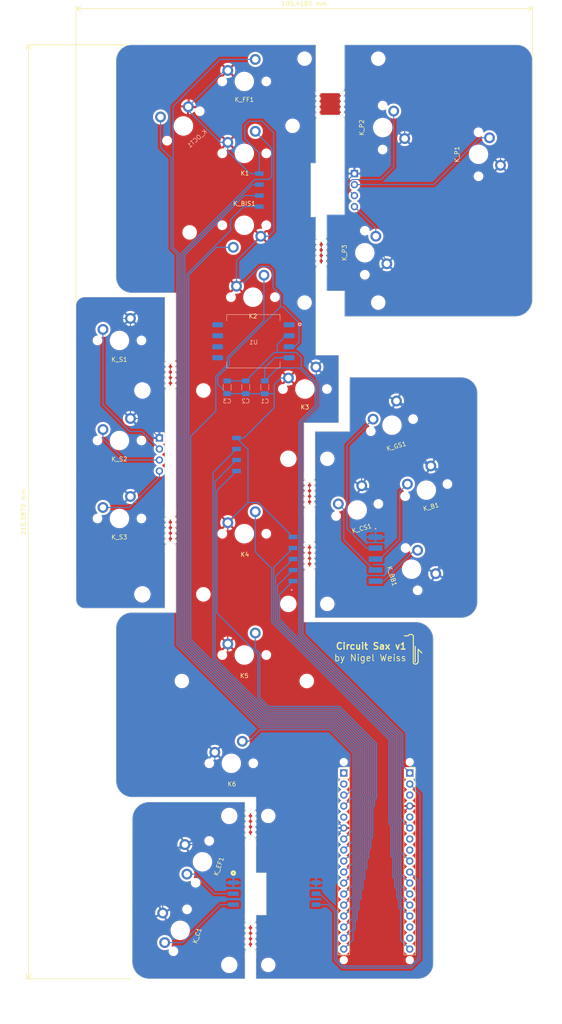
<source format=kicad_pcb>
(kicad_pcb (version 20221018) (generator pcbnew)
  (layers (0 "F.Cu" signal) (31 "B.Cu" signal) (34 "B.Paste" user) (35 "F.Paste" user) (36 "B.SilkS" user "B.Silkscreen") (37 "F.SilkS" user "F.Silkscreen") (38 "B.Mask" user) (39 "F.Mask" user) (44 "Edge.Cuts" user))
  (net 0 "")
  (net 1 "+5V")
  (net 2 "A0")
  (net 3 "Net-(Pin_LP1-Pin_1)")
  (net 4 "Net-(Pin_LP1-Pin_2)")
  (net 5 "Net-(Pin_LP1-Pin_3)")
  (net 6 "Net-(Pin_LP1-Pin_4)")
  (net 7 "Net-(Pin_LP1-Pin_5)")
  (net 8 "Net-(Pin_Palmkeys1-Pin_1)")
  (net 9 "Net-(Pin_Palmkeys1-Pin_2)")
  (net 10 "Net-(Pin_Palmkeys1-Pin_3)")
  (net 11 "Net-(Pin_Palmkeys1-Pin_4)")
  (net 12 "Net-(Pin_RP1-Pin_1)")
  (net 13 "Net-(Pin_RP1-Pin_2)")
  (net 14 "Net-(Pin_RP1-Pin_3)")
  (net 15 "Net-(Pin_Sidekeys1-Pin_1)")
  (net 16 "Net-(Pin_Sidekeys1-Pin_2)")
  (net 17 "Net-(Pin_Sidekeys1-Pin_3)")
  (net 18 "Net-(Pin_Sidekeys1-Pin_4)")
  (net 24 "GND")
  (net 25 "A1")
  (net 26 "A2")
  (net 27 "A3")
  (net 28 "A4")
  (net 29 "A5")
  (net 30 "D0")
  (net 31 "D1")
  (net 32 "D2")
  (net 33 "D3")
  (net 34 "D4")
  (net 35 "D5")
  (net 36 "D6")
  (net 37 "D7")
  (net 38 "D8")
  (net 39 "D9")
  (net 40 "D10")
  (net 41 "D11")
  (net 42 "D12")
  (net 43 "D13")
  (net 44 "SCK")
  (net 48 "MISO{slash}CIPO")
  (footprint "PCM_Switch_Keyboard_Cherry_MX:SW_Cherry_MX_PCB" (layer "F.Cu") (at 78.556 33.701)
    (fp_text reference "K_FF1")
    (fp_text value "SW_Push")
  )
  (footprint "Holes:MountingHole_2.85mm" (layer "F.Cu") (at 65.933 68.551)
    (fp_text reference "H4" hide)
    (fp_text value "MountingHole")
  )
  (footprint "Panelization:Breakout tab" (layer "F.Cu") (at 80.747056 230.974 -90)
    (fp_text reference "TAB4" hide)
    (fp_text value "Mouse Bites")
  )
  (footprint "Panelization:Breakout tab" (layer "F.Cu") (at 62.248044 137.34725 -90)
    (fp_text reference "TAB4" hide)
    (fp_text value "Mouse Bites")
  )
  (footprint "Holes:MountingHole_3.3mm" (layer "F.Cu") (at 55.016988 105.03605)
    (fp_text reference "H15" hide)
    (fp_text value "MountingHole")
  )
  (footprint "Holes:MountingHole_2.85mm" (layer "F.Cu") (at 92.481 28.447)
    (fp_text reference "H1" hide)
    (fp_text value "MountingHole")
  )
  (footprint "Holes:MountingHole_3.3mm" (layer "F.Cu") (at 75.086 237.634)
    (fp_text reference "H19" hide)
    (fp_text value "MountingHole")
  )
  (footprint "Panelization:Breakout tab" (layer "F.Cu") (at 95.564 38.913 90)
    (fp_text reference "TAB4" hide)
    (fp_text value "Mouse Bites")
  )
  (footprint "Holes:MountingHole_1.4mm" (layer "F.Cu") (at 116.772 190.798)
    (fp_text reference "H1" hide)
    (fp_text value "MountingHole")
  )
  (footprint "Holes:MountingHole_3.3mm" (layer "F.Cu") (at 55.016988 152.10105)
    (fp_text reference "H16" hide)
    (fp_text value "MountingHole")
  )
  (footprint "PCM_Switch_Keyboard_Cherry_MX:SW_Cherry_MX_PCB" (layer "F.Cu") (at 68.887 213.842 72)
    (fp_text reference "K_EF1")
    (fp_text value "SW_Push")
  )
  (footprint "PCM_Switch_Keyboard_Cherry_MX:SW_Cherry_MX_PCB" (layer "F.Cu") (at 104.6421 132.616 16)
    (fp_text reference "K_CS1")
    (fp_text value "SW_Push")
  )
  (footprint "Holes:MountingHole_2.85mm" (layer "F.Cu") (at 89.706 43.951)
    (fp_text reference "H3" hide)
    (fp_text value "MountingHole")
  )
  (footprint "Holes:MountingHole_1.4mm" (layer "F.Cu") (at 116.772 236.518)
    (fp_text reference "H1" hide)
    (fp_text value "MountingHole")
  )
  (footprint "PCM_Switch_Keyboard_Cherry_MX:SW_Cherry_MX_PCB" (layer "F.Cu") (at 120.5991 128.039 16)
    (fp_text reference "K_B1")
    (fp_text value "SW_Push")
  )
  (footprint "Holes:MountingHole_2.85mm" (layer "F.Cu") (at 109.495 84.747)
    (fp_text reference "H14" hide)
    (fp_text value "MountingHole")
  )
  (footprint "Panelization:Breakout tab" (layer "F.Cu") (at 62.248044 101.43975 -90)
    (fp_text reference "TAB4" hide)
    (fp_text value "Mouse Bites")
  )
  (footprint "Panelization:Breakout tab" (layer "F.Cu") (at 79.223056 230.974 90)
    (fp_text reference "TAB4" hide)
    (fp_text value "Mouse Bites")
  )
  (footprint "Panelization:Breakout tab" (layer "F.Cu") (at 60.724044 137.34725 90)
    (fp_text reference "TAB4" hide)
    (fp_text value "Mouse Bites")
  )
  (footprint "PCM_Switch_Keyboard_Cherry_MX:SW_Cherry_MX_PCB" (layer "F.Cu") (at 92.556 104.701)
    (fp_text reference "K3")
    (fp_text value "SW_Push")
  )
  (footprint "Holes:MountingHole_2.85mm" (layer "F.Cu") (at 69.106 105.036)
    (fp_text reference "H5" hide)
    (fp_text value "MountingHole")
  )
  (footprint "Holes:MountingHole_2.85mm" (layer "F.Cu") (at 64.126 172.101)
    (fp_text reference "H12" hide)
    (fp_text value "MountingHole")
  )
  (footprint "Holes:MountingHole_2.85mm" (layer "F.Cu") (at 69.106 152.101)
    (fp_text reference "H6" hide)
    (fp_text value "MountingHole")
  )
  (footprint "Panelization:Breakout tab" (layer "F.Cu") (at 94.388044 143.169667 -90)
    (fp_text reference "TAB4" hide)
    (fp_text value "Mouse Bites")
  )
  (footprint "PCM_Switch_Keyboard_Cherry_MX:SW_Cherry_MX_PCB" (layer "F.Cu") (at 78.556 138.101)
    (fp_text reference "K4")
    (fp_text value "SW_Push")
  )
  (footprint "PCM_Switch_Keyboard_Cherry_MX:SW_Cherry_MX_PCB" (layer "F.Cu") (at 63.756 229.646 72)
    (fp_text reference "K_C1")
    (fp_text value "SW_Push")
  )
  (footprint "PCM_Switch_Keyboard_Cherry_MX:SW_Cherry_MX_PCB" (layer "F.Cu") (at 117.1961 146.285 -74)
    (fp_text reference "K_BB1")
    (fp_text value "SW_Push")
  )
  (footprint "Panelization:Breakout tab" (layer "F.Cu") (at 97.088 73.247 -90)
    (fp_text reference "TAB4" hide)
    (fp_text value "Mouse Bites")
  )
  (footprint "PCM_Switch_Keyboard_Cherry_MX:SW_Cherry_MX_PCB" (layer "F.Cu") (at 78.556 50.301)
    (fp_text reference "K1")
    (fp_text value "SW_Push")
  )
  (footprint "PCM_Switch_Keyboard_Cherry_MX:SW_Cherry_MX_PCB" (layer "F.Cu") (at 80.556 83.501)
    (fp_text reference "K2")
    (fp_text value "SW_Push")
  )
  (footprint "Panelization:Breakout tab" (layer "F.Cu") (at 92.864044 128.836334 90)
    (fp_text reference "TAB4" hide)
    (fp_text value "Mouse Bites")
  )
  (footprint "Holes:MountingHole_1.4mm" (layer "F.Cu") (at 101.532 236.518)
    (fp_text reference "H1" hide)
    (fp_text value "MountingHole")
  )
  (footprint "PCM_Switch_Keyboard_Cherry_MX:SW_Cherry_MX_PCB" (layer "F.Cu") (at 78.556 166.101)
    (fp_text reference "K5")
    (fp_text value "SW_Push")
  )
  (footprint "Holes:MountingHole_2.85mm" (layer "F.Cu") (at 84.086 237.638)
    (fp_text reference "H10" hide)
    (fp_text value "MountingHole")
  )
  (footprint "Panelization:Breakout tab" (layer "F.Cu") (at 60.724044 101.43975 90)
    (fp_text reference "TAB4" hide)
    (fp_text value "Mouse Bites")
  )
  (footprint "Holes:MountingHole_3.3mm" (layer "F.Cu") (at 75.086944 203.251)
    (fp_text reference "H20" hide)
    (fp_text value "MountingHole")
  )
  (footprint "Holes:MountingHole_2.85mm" (layer "F.Cu") (at 97.7271 120.802967)
    (fp_text reference "H17" hide)
    (fp_text value "MountingHole")
  )
  (footprint "PCM_Switch_Keyboard_Cherry_MX:SW_Cherry_MX_PCB" (layer "F.Cu") (at 75.556 191.101)
    (fp_text reference "K6")
    (fp_text value "SW_Push")
  )
  (footprint "Holes:MountingHole_3.3mm" (layer "F.Cu") (at 88.726 154.301)
    (fp_text reference "H8" hide)
    (fp_text value "MountingHole")
  )
  (footprint "Panelization:Breakout tab" (layer "F.Cu") (at 79.224 205.135 90)
    (fp_text reference "TAB4" hide)
    (fp_text value "Mouse Bites")
  )
  (footprint "Panelization:Breakout tab" (layer "F.Cu") (at 101.215 38.913 -90)
    (fp_text reference "TAB4" hide)
    (fp_text value "Mouse Bites")
  )
  (footprint "Holes:MountingHole_2.85mm" (layer "F.Cu") (at 97.7271 154.302967)
    (fp_text reference "H18" hide)
    (fp_text value "MountingHole")
  )
  (footprint "Connector_PinSocket_2.54mm:PinSocket_1x17_P2.54mm_Vertical" (layer "F.Cu") (at 101.532 193.338)
    (fp_text reference "J1" hide)
    (fp_text value "Conn_01x17_Socket")
  )
  (footprint "PCM_Switch_Keyboard_Cherry_MX:SW_Cherry_MX_PCB" (layer "F.Cu") (at 132.657 50.515 -90)
    (fp_text reference "K_P1")
    (fp_text value "SW_Push")
  )
  (footprint "Panelization:Breakout tab" (layer "F.Cu") (at 80.748 205.135 -90)
    (fp_text reference "TAB4" hide)
    (fp_text value "Mouse Bites")
  )
  (footprint "Holes:MountingHole_2.85mm" (layer "F.Cu") (at 84.086 203.251)
    (fp_text reference "H9" hide)
    (fp_text value "MountingHole")
  )
  (footprint "PCM_Switch_Keyboard_Cherry_MX:SW_Cherry_MX_PCB" (layer "F.Cu") (at 106.397056 73.247 -90)
    (fp_text reference "K_P3")
    (fp_text value "SW_Push")
  )
  (footprint "Holes:MountingHole_2.85mm" (layer "F.Cu") (at 92.481 84.747)
    (fp_text reference "H2" hide)
    (fp_text value "MountingHole")
  )
  (footprint "Holes:MountingHole_3.3mm" (layer "F.Cu") (at 88.726 120.801)
    (fp_text reference "H7" hide)
    (fp_text value "MountingHole")
  )
  (footprint "PCM_Switch_Keyboard_Cherry_MX:SW_Cherry_MX_PCB" (layer "F.Cu") (at 112.6651 113.044 16)
    (fp_text reference "K_GS1")
    (fp_text value "SW_Push")
  )
  (footprint "Panelization:Breakout tab" (layer "F.Cu") (at 92.864044 143.169667 90)
    (fp_text reference "TAB4" hide)
    (fp_text value "Mouse Bites")
  )
  (footprint "PCM_Switch_Keyboard_Cherry_MX:SW_Cherry_MX_PCB" (layer "F.Cu") (at 49.717 93.486)
    (fp_text reference "K_S1")
    (fp_text value "SW_Push")
  )
  (footprint "Panelization:Breakout tab" (layer "F.Cu") (at 94.388044 128.836334 -90)
    (fp_text reference "TAB4" hide)
    (fp_text value "Mouse Bites")
  )
  (footprint "Holes:MountingHole_1.4mm" (layer "F.Cu") (at 101.532 190.798)
    (fp_text reference "H1" hide)
    (fp_text value "MountingHole")
  )
  (footprint "PCM_Switch_Keyboard_Cherry_MX:SW_Cherry_MX_PCB" (layer "F.Cu") (at 49.717 134.586)
    (fp_text reference "K_S3")
    (fp_text value "SW_Push")
  )
  (footprint "Panelization:Breakout tab" (layer "F.Cu") (at 95.564 73.247 90)
    (fp_text reference "TAB4" hide)
    (fp_text value "Mouse Bites")
  )
  (footprint "Connector_PinSocket_2.54mm:PinSocket_1x17_P2.54mm_Vertical" (layer "F.Cu") (at 116.772 193.338)
    (fp_text reference "J2" hide)
    (fp_text value "Conn_01x17_Socket")
  )
  (footprint "Holes:MountingHole_2.85mm" (layer "F.Cu") (at 92.986 172.101)
    (fp_text reference "H11" hide)
    (fp_text value "MountingHole")
  )
  (footprint "PCM_Switch_Keyboard_Cherry_MX:SW_Cherry_MX_PCB" (layer "F.Cu") (at 49.717 116.586)
    (fp_text reference "K_S2")
    (fp_text value "SW_Push")
  )
  (footprint "PCM_Switch_Keyboard_Cherry_MX:SW_Cherry_MX_PCB" (layer "F.Cu") (at 110.52263 44.347 -90)
    (fp_text reference "K_P2")
    (fp_text value "SW_Push")
  )
  (footprint "PCM_Switch_Keyboard_Cherry_MX:SW_Cherry_MX_PCB" (layer "F.Cu") (at 78.556 66.901 180)
    (fp_text reference "K_BIS1")
    (fp_text value "SW_Push")
  )
  (footprint "Holes:MountingHole_2.85mm" (layer "F.Cu") (at 109.495 28.447)
    (fp_text reference "H13" hide)
    (fp_text value "MountingHole")
  )
  (footprint "Headers:HARWIN_M20-7910342R" (layer "B.Cu") (at 96.117 218.129 -90)
    (fp_text reference "Socket_RP1" hide)
    (fp_text value "Conn_01x03_Socket")
  )
  (footprint "Capacitor_SMD:C_1206_3216Metric" (layer "B.Cu") (at 83.284 104.3 -90)
    (fp_text reference "C1")
    (fp_text value "470pF")
  )
  (footprint "PCM_Switch_Keyboard_Cherry_MX:SW_Cherry_MX_PCB" (layer "B.Cu") (at 64.491 43.977 -138)
    (fp_text reference "K_OCT1")
    (fp_text value "SW_Push")
  )
  (footprint "Capacitor_SMD:C_1206_3216Metric" (layer "B.Cu") (at 74.584 104.3 -90)
    (fp_text reference "C3")
    (fp_text value "1.0uF")
  )
  (footprint "Headers:CONN3_M20-8900_HRW" (layer "B.Cu") (at 74.778 224.219 90)
    (fp_text reference "Pin_RP1" hide)
    (fp_text value "Conn_01x03_Pin")
  )
  (footprint "Connector_PinHeader_2.54mm:PinHeader_1x04_P2.54mm_Vertical" (layer "B.Cu") (at 103.99163 54.973 180)
    (fp_text reference "Pin_Palmkeys1" hide)
    (fp_text value "Conn_01x04_Pin")
  )
  (footprint "Capacitor_SMD:C_1206_3216Metric" (layer "B.Cu") (at 78.884 104.3 -90)
    (fp_text reference "C2")
    (fp_text value "0.01uF")
  )
  (footprint "Headers:HARWIN_M20-7910442R" (layer "B.Cu") (at 81.022 63.104 90)
    (fp_text reference "Socket_Palmkeys1" hide)
    (fp_text value "Conn_01x04_Socket")
  )
  (footprint "More Pressure Sensors:SOIC254P1821X762-8N" (layer "B.Cu") (at 80.651 93.673 180)
    (fp_text reference "U1")
    (fp_text value "MPXV5010GP")
  )
  (footprint "Connector_PinHeader_2.54mm:PinHeader_1x04_P2.54mm_Vertical" (layer "B.Cu") (at 58.947 116.004 180)
    (fp_text reference "Pin_Sidekeys1" hide)
    (fp_text value "Conn_01x04_Pin")
  )
  (footprint "Headers:HARWIN_M20-7910442R" (layer "B.Cu") (at 77.771 115.494 -90)
    (fp_text reference "Socket_Sidekeys1" hide)
    (fp_text value "Conn_01x04_Socket")
  )
  (footprint "Headers:SAMTEC_TSM-105-01-L-SH" (layer "B.Cu") (at 110.4731 138.240967 -90)
    (fp_text reference "Pin_LP1" hide)
    (fp_text value "Conn_01x05_Pin")
  )
  (footprint "Headers:HARWIN_M20-7910542R" (layer "B.Cu") (at 88.803 149.535 90)
    (fp_text reference "Socket_LP1" hide)
    (fp_text value "Conn_01x05_Socket")
  )
  (gr_line (start 116.389 161.673) (end 115.509 161.673) (stroke (width 0.25)) (layer "F.SilkS"))
  (gr_line (start 118.708 167.81) (end 118.328 168.19) (stroke (width 0.25)) (layer "F.SilkS"))
  (gr_line (start 118.028 167.72) (end 118.028 164.1) (stroke (width 0.25)) (layer "F.SilkS"))
  (gr_line (start 117.848 168.19) (end 117.598 167.94) (stroke (width 0.25)) (layer "F.SilkS"))
  (gr_line (start 117.308 161.36) (end 116.702 161.36) (stroke (width 0.25)) (layer "F.SilkS"))
  (gr_line (start 117.598 167.94) (end 117.598 161.65) (stroke (width 0.25)) (layer "F.SilkS"))
  (gr_line (start 117.598 161.65) (end 117.308 161.36) (stroke (width 0.25)) (layer "F.SilkS"))
  (gr_line (start 116.702 161.36) (end 116.389 161.673) (stroke (width 0.25)) (layer "F.SilkS"))
  (gr_line (start 118.328 168.19) (end 117.848 168.19) (stroke (width 0.25)) (layer "F.SilkS"))
  (gr_line (start 118.708 164.78) (end 118.708 167.81) (stroke (width 0.25)) (layer "F.SilkS"))
  (gr_line (start 119.568 165.64) (end 118.708 164.78) (stroke (width 0.25)) (layer "F.SilkS"))
  (gr_line (start 52.684 198.901) (end 81.256 198.901) (stroke (width 0.1)) (layer "Edge.Cuts"))
  (gr_line (start 78.716 240.834) (end 56.618 240.834) (stroke (width 0.1)) (layer "Edge.Cuts"))
  (gr_line (start 93.916 52.579) (end 95.056 52.579) (stroke (width 0.1)) (layer "Edge.Cuts"))
  (gr_arc (start 95.05637 42.723) (mid 95.428236 41.825236) (end 96.326 41.45337) (stroke (width 0.1)) (layer "Edge.Cuts"))
  (gr_line (start 118.184 158.501) (end 92.356988 158.501) (stroke (width 0.1)) (layer "Edge.Cuts"))
  (gr_arc (start 62.7571 133.53725) (mid 61.487044 134.807306) (end 60.216988 133.53725) (stroke (width 0.1)) (layer "Edge.Cuts"))
  (gr_arc (start 52.542 82.486) (mid 50.006315 81.435685) (end 48.956 78.9) (stroke (width 0.1)) (layer "Edge.Cuts"))
  (gr_line (start 60.216988 83.486) (end 41.684 83.486) (stroke (width 0.1)) (layer "Edge.Cuts"))
  (gr_line (start 93.916 64.989) (end 93.916 52.579) (stroke (width 0.1)) (layer "Edge.Cuts"))
  (gr_arc (start 52.716 203.9) (mid 53.843346 201.178346) (end 56.565 200.051) (stroke (width 0.1)) (layer "Edge.Cuts"))
  (gr_line (start 78.716944 200.051) (end 56.565 200.051) (stroke (width 0.1)) (layer "Edge.Cuts"))
  (gr_line (start 62.7571 133.53725) (end 62.7571 105.24975) (stroke (width 0.1)) (layer "Edge.Cuts"))
  (gr_line (start 95.056 64.989) (end 93.916 64.989) (stroke (width 0.1)) (layer "Edge.Cuts"))
  (gr_line (start 81.256 240.834) (end 118.684 240.834) (stroke (width 0.1)) (layer "Edge.Cuts"))
  (gr_arc (start 52.684 198.901) (mid 50.047906 197.809094) (end 48.956 195.173) (stroke (width 0.1)) (layer "Edge.Cuts"))
  (gr_line (start 81.257056 201.325) (end 81.257056 198.901) (stroke (width 0.1)) (layer "Edge.Cuts"))
  (gr_line (start 97.597056 64.447) (end 101.72263 64.447) (stroke (width 0.1)) (layer "Edge.Cuts"))
  (gr_line (start 52.609 25.247) (end 95.056 25.247) (stroke (width 0.1)) (layer "Edge.Cuts"))
  (gr_arc (start 81.257056 201.325) (mid 79.987 202.595056) (end 78.716944 201.325) (stroke (width 0.1)) (layer "Edge.Cuts"))
  (gr_arc (start 60.216988 141.15725) (mid 61.487044 139.887194) (end 62.7571 141.15725) (stroke (width 0.1)) (layer "Edge.Cuts"))
  (gr_line (start 48.956 159.9) (end 48.956 195.173) (stroke (width 0.1)) (layer "Edge.Cuts"))
  (gr_line (start 60.216988 141.15725) (end 60.216988 155.301) (stroke (width 0.1)) (layer "Edge.Cuts"))
  (gr_line (start 145.102 28.9) (end 145.102 83.947) (stroke (width 0.1)) (layer "Edge.Cuts"))
  (gr_arc (start 95.056944 77.057) (mid 96.327 75.786944) (end 97.597056 77.057) (stroke (width 0.1)) (layer "Edge.Cuts"))
  (gr_line (start 101.72263 42.723) (end 101.72263 64.447) (stroke (width 0.1)) (layer "Edge.Cuts"))
  (gr_arc (start 92.356988 146.979667) (mid 93.627044 145.709611) (end 94.8971 146.979667) (stroke (width 0.1)) (layer "Edge.Cuts"))
  (gr_line (start 141.449 25.247) (end 101.723 25.247) (stroke (width 0.1)) (layer "Edge.Cuts"))
  (gr_line (start 100.356 112.501) (end 100.356 96.901) (stroke (width 0.1)) (layer "Edge.Cuts"))
  (gr_arc (start 78.716944 208.945) (mid 79.987 207.674944) (end 81.257056 208.945) (stroke (width 0.1)) (layer "Edge.Cuts"))
  (gr_line (start 81.256 240.834) (end 81.256 234.784) (stroke (width 0.1)) (layer "Edge.Cuts"))
  (gr_line (start 95.056944 77.057) (end 95.056944 96.901) (stroke (width 0.1)) (layer "Edge.Cuts"))
  (gr_line (start 52.542 82.486) (end 62.756 82.486) (stroke (width 0.1)) (layer "Edge.Cuts"))
  (gr_line (start 60.216988 97.62975) (end 60.216988 83.486) (stroke (width 0.1)) (layer "Edge.Cuts"))
  (gr_line (start 39.684 85.486) (end 39.717 153.334) (stroke (width 0.1)) (layer "Edge.Cuts"))
  (gr_arc (start 39.684 85.486) (mid 40.269786 84.071786) (end 41.684 83.486) (stroke (width 0.1)) (layer "Edge.Cuts"))
  (gr_line (start 97.597056 77.057) (end 97.597056 82.047) (stroke (width 0.1)) (layer "Edge.Cuts"))
  (gr_line (start 83.642 216.369) (end 83.642 226.114) (stroke (width 0.1)) (layer "Edge.Cuts"))
  (gr_arc (start 132.397 153.79) (mid 131.309487 156.415487) (end 128.684 157.503) (stroke (width 0.1)) (layer "Edge.Cuts"))
  (gr_arc (start 41.684 155.301) (mid 40.293121 154.724879) (end 39.717 153.334) (stroke (width 0.1)) (layer "Edge.Cuts"))
  (gr_line (start 78.716944 201.325) (end 78.716944 200.051) (stroke (width 0.1)) (layer "Edge.Cuts"))
  (gr_line (start 100.356 96.901) (end 95.056 96.901) (stroke (width 0.1)) (layer "Edge.Cuts"))
  (gr_line (start 100.356 112.501) (end 92.356988 112.501) (stroke (width 0.1)) (layer "Edge.Cuts"))
  (gr_line (start 81.256 216.369) (end 81.256 208.945) (stroke (width 0.1)) (layer "Edge.Cuts"))
  (gr_line (start 94.8971 139.359667) (end 94.8971 132.646334) (stroke (width 0.1)) (layer "Edge.Cuts"))
  (gr_line (start 52.684 236.9) (end 52.716 203.9) (stroke (width 0.1)) (layer "Edge.Cuts"))
  (gr_line (start 95.05637 35.103) (end 95.05637 25.247) (stroke (width 0.1)) (layer "Edge.Cuts"))
  (gr_line (start 92.356988 125.026334) (end 92.356988 112.501) (stroke (width 0.1)) (layer "Edge.Cuts"))
  (gr_line (start 101.723 82.047) (end 101.723 87.947) (stroke (width 0.1)) (layer "Edge.Cuts"))
  (gr_line (start 60.216988 133.53725) (end 60.216988 105.24975) (stroke (width 0.1)) (layer "Edge.Cuts"))
  (gr_arc (start 92.356988 132.646334) (mid 93.627044 131.376278) (end 94.8971 132.646334) (stroke (width 0.1)) (layer "Edge.Cuts"))
  (gr_line (start 100.453 41.45337) (end 96.326 41.45337) (stroke (width 0.1)) (layer "Edge.Cuts"))
  (gr_arc (start 141.449 25.247) (mid 144.032061 26.316939) (end 145.102 28.9) (stroke (width 0.1)) (layer "Edge.Cuts"))
  (gr_arc (start 48.956 159.9) (mid 50.010123 157.355123) (end 52.555 156.301) (stroke (width 0.1)) (layer "Edge.Cuts"))
  (gr_arc (start 94.8971 139.359667) (mid 93.627044 140.629723) (end 92.356988 139.359667) (stroke (width 0.1)) (layer "Edge.Cuts"))
  (gr_line (start 83.642 226.114) (end 81.256 226.114) (stroke (width 0.1)) (layer "Edge.Cuts"))
  (gr_arc (start 96.326 36.37263) (mid 95.428236 36.000764) (end 95.05637 35.103) (stroke (width 0.1)) (layer "Edge.Cuts"))
  (gr_arc (start 100.453 41.45337) (mid 101.350764 41.825236) (end 101.72263 42.723) (stroke (width 0.1)) (layer "Edge.Cuts"))
  (gr_line (start 95.056 64.989) (end 95.056 69.4371) (stroke (width 0.1)) (layer "Edge.Cuts"))
  (gr_arc (start 48.956 28.9) (mid 50.025939 26.316939) (end 52.609 25.247) (stroke (width 0.1)) (layer "Edge.Cuts"))
  (gr_arc (start 122.207 237.311) (mid 121.175137 239.802137) (end 118.684 240.834) (stroke (width 0.1)) (layer "Edge.Cuts"))
  (gr_arc (start 97.597056 69.4371) (mid 96.327 70.707156) (end 95.056944 69.4371) (stroke (width 0.1)) (layer "Edge.Cuts"))
  (gr_arc (start 94.8971 125.026334) (mid 93.627044 126.29639) (end 92.356988 125.026334) (stroke (width 0.1)) (layer "Edge.Cuts"))
  (gr_line (start 102.897 102.003) (end 102.897 114.503) (stroke (width 0.1)) (layer "Edge.Cuts"))
  (gr_arc (start 60.216988 105.24975) (mid 61.487044 103.979694) (end 62.7571 105.24975) (stroke (width 0.1)) (layer "Edge.Cuts"))
  (gr_line (start 92.356988 146.979667) (end 92.356988 158.501) (stroke (width 0.1)) (layer "Edge.Cuts"))
  (gr_line (start 81.256 216.369) (end 83.642 216.369) (stroke (width 0.1)) (layer "Edge.Cuts"))
  (gr_arc (start 118.184 158.501) (mid 121.028691 159.679309) (end 122.207 162.524) (stroke (width 0.1)) (layer "Edge.Cuts"))
  (gr_line (start 94.8971 157.503) (end 128.684 157.503) (stroke (width 0.1)) (layer "Edge.Cuts"))
  (gr_line (start 96.326 36.37263) (end 100.453 36.37263) (stroke (width 0.1)) (layer "Edge.Cuts"))
  (gr_line (start 52.555 156.301) (end 62.756 156.301) (stroke (width 0.1)) (layer "Edge.Cuts"))
  (gr_line (start 62.756 156.301) (end 62.756 141.15725) (stroke (width 0.1)) (layer "Edge.Cuts"))
  (gr_line (start 97.596 82.047) (end 101.723 82.047) (stroke (width 0.1)) (layer "Edge.Cuts"))
  (gr_arc (start 81.256112 227.164) (mid 79.986056 228.434056) (end 78.716 227.164) (stroke (width 0.1)) (layer "Edge.Cuts"))
  (gr_arc (start 62.7571 97.62975) (mid 61.487044 98.899806) (end 60.216988 97.62975) (stroke (width 0.1)) (layer "Edge.Cuts"))
  (gr_line (start 62.7571 97.62975) (end 62.7571 82.486) (stroke (width 0.1)) (layer "Edge.Cuts"))
  (gr_line (start 48.956 28.9) (end 48.956 78.9) (stroke (width 0.1)) (layer "Edge.Cuts"))
  (gr_arc (start 56.618 240.834) (mid 53.836242 239.681758) (end 52.684 236.9) (stroke (width 0.1)) (layer "Edge.Cuts"))
  (gr_line (start 78.716 227.164) (end 78.716 208.945) (stroke (width 0.1)) (layer "Edge.Cuts"))
  (gr_line (start 94.8971 146.979667) (end 94.8971 157.503) (stroke (width 0.1)) (layer "Edge.Cuts"))
  (gr_line (start 95.05637 42.723) (end 95.05637 52.579) (stroke (width 0.1)) (layer "Edge.Cuts"))
  (gr_arc (start 78.716 234.784) (mid 79.986056 233.513944) (end 81.256112 234.784) (stroke (width 0.1)) (layer "Edge.Cuts"))
  (gr_arc (start 145.102 83.947) (mid 143.930427 86.775427) (end 141.102 87.947) (stroke (width 0.1)) (layer "Edge.Cuts"))
  (gr_arc (start 128.684 102.003) (mid 131.309487 103.090513) (end 132.397 105.716) (stroke (width 0.1)) (layer "Edge.Cuts"))
  (gr_line (start 81.256 226.114) (end 81.256112 227.164) (stroke (width 0.1)) (layer "Edge.Cuts"))
  (gr_line (start 101.723 87.947) (end 141.102 87.947) (stroke (width 0.1)) (layer "Edge.Cuts"))
  (gr_line (start 132.397 153.79) (end 132.397 105.716) (stroke (width 0.1)) (layer "Edge.Cuts"))
  (gr_line (start 97.597056 69.4371) (end 97.597056 64.447) (stroke (width 0.1)) (layer "Edge.Cuts"))
  (gr_line (start 78.716 234.784) (end 78.716 240.834) (stroke (width 0.1)) (layer "Edge.Cuts"))
  (gr_line (start 102.897 114.503) (end 94.8971 114.503) (stroke (width 0.1)) (layer "Edge.Cuts"))
  (gr_arc (start 101.72263 35.103) (mid 101.350764 36.000764) (end 100.453 36.37263) (stroke (width 0.1)) (layer "Edge.Cuts"))
  (gr_line (start 41.684 155.301) (end 60.216988 155.301) (stroke (width 0.1)) (layer "Edge.Cuts"))
  (gr_line (start 128.684 102.003) (end 102.897 102.003) (stroke (width 0.1)) (layer "Edge.Cuts"))
  (gr_line (start 94.8971 125.026334) (end 94.8971 114.503) (stroke (width 0.1)) (layer "Edge.Cuts"))
  (gr_line (start 101.72263 35.103) (end 101.72263 25.247) (stroke (width 0.1)) (layer "Edge.Cuts"))
  (gr_line (start 122.207 162.524) (end 122.207 237.311) (stroke (width 0.1)) (layer "Edge.Cuts"))
  (gr_line (start 48.956 25.247) (end 48.956 25.247) (stroke (width 0.1)) (layer "Edge.Cuts"))
  (gr_line (start 92.356988 132.646334) (end 92.356988 139.359667) (stroke (width 0.1)) (layer "Edge.Cuts"))
  (gr_text "Circuit Sax v1" (at 99.555 163.182) (layer "F.SilkS") (effects (font (size 1.5 1.5) (thickness 0.3) bold) (justify left top)))
  (gr_text "by Nigel Weiss" (at 116.085 165.892) (layer "F.SilkS") (effects (font (size 1.5 1.5) (thickness 0.1875)) (justify right top)))
  (dimension (type aligned) (layer "F.SilkS") (pts (xy 39.684 85.486) (xy 145.102 85.486)) (height -68.586) (gr_text "105.4180 mm" (at 92.393 15.75) (layer "F.SilkS") (effects (font (size 1 1) (thickness 0.15)))) (format (prefix "") (suffix "") (units 3) (units_format 1) (precision 4)) (style (thickness 0.15) (arrow_length 1.27) (text_position_mode 0) (extension_height 0.58642) (extension_offset 0.5) keep_text_aligned))
  (dimension (type aligned) (layer "F.SilkS") (pts (xy 52.609 25.247) (xy 52.609 240.834)) (height 23.925) (gr_text "215.5870 mm" (at 27.534 133.0405 90) (layer "F.SilkS") (effects (font (size 1 1) (thickness 0.15)))) (format (prefix "") (suffix "") (units 3) (units_format 1) (precision 4)) (style (thickness 0.15) (arrow_length 1.27) (text_position_mode 0) (extension_height 0.58642) (extension_offset 0.5) keep_text_aligned))
  (segment (start 91.639044 161.49144) (end 114.684 184.536396) (width 0.25) (layer "B.Cu") (net 1))
  (segment (start 78.884 102.825) (end 74.584 102.825) (width 0.25) (layer "B.Cu") (net 1))
  (segment (start 95.381 108.663815) (end 91.639044 112.405771) (width 0.25) (layer "B.Cu") (net 1))
  (segment (start 86.184 96.2625) (end 90.5465 96.2625) (width 0.25) (layer "B.Cu") (net 1))
  (segment (start 91.684 97.4) (end 91.684 99.634604) (width 0.25) (layer "B.Cu") (net 1))
  (segment (start 86.184 96.2625) (end 85.4465 96.2625) (width 0.25) (layer "B.Cu") (net 1))
  (segment (start 114.684 184.536396) (end 114.684 203.95) (width 0.25) (layer "B.Cu") (net 1))
  (segment (start 86.184 94.4) (end 86.184 96.2625) (width 0.25) (layer "B.Cu") (net 1))
  (segment (start 91.684 99.634604) (end 95.381 103.331604) (width 0.25) (layer "B.Cu") (net 1))
  (segment (start 88.181 92.403) (end 86.184 94.4) (width 0.25) (layer "B.Cu") (net 1))
  (segment (start 85.4465 96.2625) (end 78.884 102.825) (width 0.25) (layer "B.Cu") (net 1))
  (segment (start 88.896 92.403) (end 88.181 92.403) (width 0.25) (layer "B.Cu") (net 1))
  (segment (start 90.5465 96.2625) (end 91.684 97.4) (width 0.25) (layer "B.Cu") (net 1))
  (segment (start 95.381 103.331604) (end 95.381 108.663815) (width 0.25) (layer "B.Cu") (net 1))
  (segment (start 114.684 203.95) (end 116.772 206.038) (width 0.25) (layer "B.Cu") (net 1))
  (segment (start 91.639044 112.405771) (end 91.639044 161.49144) (width 0.25) (layer "B.Cu") (net 1))
  (segment (start 114.684 222.366396) (end 114.684 224.27) (width 0.25) (layer "B.Cu") (net 2))
  (segment (start 85.351 145.857) (end 85.351 158.385376) (width 0.25) (layer "B.Cu") (net 2))
  (segment (start 112.434 185.468376) (end 112.434 204.88198) (width 0.25) (layer "B.Cu") (net 2))
  (segment (start 113.784 219.562792) (end 114.234 220.012792) (width 0.25) (layer "B.Cu") (net 2))
  (segment (start 85.351 158.385376) (end 112.434 185.468376) (width 0.25) (layer "B.Cu") (net 2))
  (segment (start 89.803 141.405) (end 85.351 145.857) (width 0.25) (layer "B.Cu") (net 2))
  (segment (start 114.684 224.27) (end 116.772 226.358) (width 0.25) (layer "B.Cu") (net 2))
  (segment (start 112.434 204.88198) (end 112.884 205.33198) (width 0.25) (layer "B.Cu") (net 2))
  (segment (start 113.784 217.659188) (end 113.784 219.562792) (width 0.25) (layer "B.Cu") (net 2))
  (segment (start 113.334 212.765584) (end 113.334 217.209188) (width 0.25) (layer "B.Cu") (net 2))
  (segment (start 114.234 221.916396) (end 114.684 222.366396) (width 0.25) (layer "B.Cu") (net 2))
  (segment (start 112.884 205.33198) (end 112.884 212.315584) (width 0.25) (layer "B.Cu") (net 2))
  (segment (start 112.884 212.315584) (end 113.334 212.765584) (width 0.25) (layer "B.Cu") (net 2))
  (segment (start 113.334 217.209188) (end 113.784 217.659188) (width 0.25) (layer "B.Cu") (net 2))
  (segment (start 114.234 220.012792) (end 114.234 221.916396) (width 0.25) (layer "B.Cu") (net 2))
  (segment (start 113.706467 107.460672) (end 115.0401 108.794305) (width 0.25) (layer "B.Cu") (net 3))
  (segment (start 105.683467 127.032672) (end 105.683467 125.211938) (width 0.25) (layer "B.Cu") (net 3))
  (segment (start 124.029427 124.844632) (end 124.029427 146.076368) (width 0.25) (layer "B.Cu") (net 3))
  (segment (start 107.0171 128.366305) (end 107.0171 137.009967) (width 0.25) (layer "B.Cu") (net 3))
  (segment (start 115.0401 108.794305) (end 115.0401 115.855305) (width 0.25) (layer "B.Cu") (net 3))
  (segment (start 105.683467 125.211938) (end 115.0401 115.855305) (width 0.25) (layer "B.Cu") (net 3))
  (segment (start 107.0171 137.009967) (end 108.8831 138.875967) (width 0.25) (layer "B.Cu") (net 3))
  (segment (start 115.0401 115.855305) (end 121.640467 122.455672) (width 0.25) (layer "B.Cu") (net 3))
  (segment (start 121.640467 122.455672) (end 124.029427 124.844632) (width 0.25) (layer "B.Cu") (net 3))
  (segment (start 105.683467 127.032672) (end 107.0171 128.366305) (width 0.25) (layer "B.Cu") (net 3))
  (segment (start 124.029427 146.076368) (end 122.779428 147.326367) (width 0.25) (layer "B.Cu") (net 3))
  (segment (start 102.2671 136.9141) (end 106.768967 141.415967) (width 0.25) (layer "B.Cu") (net 4))
  (segment (start 108.302574 111.652574) (end 102.2671 117.688048) (width 0.25) (layer "B.Cu") (net 4))
  (segment (start 106.768967 141.415967) (end 108.8831 141.415967) (width 0.25) (layer "B.Cu") (net 4))
  (segment (start 102.2671 117.688048) (end 102.2671 136.9141) (width 0.25) (layer "B.Cu") (net 4))
  (segment (start 109.8381 143.955967) (end 108.8831 143.955967) (width 0.25) (layer "B.Cu") (net 5))
  (segment (start 114.465891 139.328176) (end 109.8381 143.955967) (width 0.25) (layer "B.Cu") (net 5))
  (segment (start 114.465891 128.418257) (end 114.465891 139.328176) (width 0.25) (layer "B.Cu") (net 5))
  (segment (start 116.236574 126.647574) (end 114.465891 128.418257) (width 0.25) (layer "B.Cu") (net 5))
  (segment (start 101.529573 139.47744) (end 108.5481 146.495967) (width 0.25) (layer "B.Cu") (net 6))
  (segment (start 101.529573 132.474573) (end 101.529573 139.47744) (width 0.25) (layer "B.Cu") (net 6))
  (segment (start 100.279574 131.224574) (end 101.529573 132.474573) (width 0.25) (layer "B.Cu") (net 6))
  (segment (start 108.5481 146.495967) (end 108.8831 146.495967) (width 0.25) (layer "B.Cu") (net 6))
  (segment (start 117.836593 141.922474) (end 110.7231 149.035967) (width 0.25) (layer "B.Cu") (net 7))
  (segment (start 118.587526 141.922474) (end 117.836593 141.922474) (width 0.25) (layer "B.Cu") (net 7))
  (segment (start 110.7231 149.035967) (end 108.8831 149.035967) (width 0.25) (layer "B.Cu") (net 7))
  (segment (start 137.737 53.055) (end 137.737 45.953) (width 0.25) (layer "B.Cu") (net 8))
  (segment (start 102.36663 65.904341) (end 107.334289 70.872) (width 0.25) (layer "B.Cu") (net 8))
  (segment (start 111.477056 74.961056) (end 111.477056 75.787) (width 0.25) (layer "B.Cu") (net 8))
  (segment (start 110.004863 38.017) (end 113.801 38.017) (width 0.25) (layer "B.Cu") (net 8))
  (segment (start 102.36663 56.598) (end 102.36663 65.904341) (width 0.25) (layer "B.Cu") (net 8))
  (segment (start 107.334289 70.872) (end 107.388 70.872) (width 0.25) (layer "B.Cu") (net 8))
  (segment (start 113.801 38.017) (end 115.60263 39.81863) (width 0.25) (layer "B.Cu") (net 8))
  (segment (start 103.99163 54.973) (end 103.99163 44.030233) (width 0.25) (layer "B.Cu") (net 8))
  (segment (start 137.737 45.953) (end 135.948 44.164) (width 0.25) (layer "B.Cu") (net 8))
  (segment (start 115.60263 39.81863) (end 115.60263 46.887) (width 0.25) (layer "B.Cu") (net 8))
  (segment (start 107.388 70.872) (end 111.477056 74.961056) (width 0.25) (layer "B.Cu") (net 8))
  (segment (start 103.99163 44.030233) (end 110.004863 38.017) (width 0.25) (layer "B.Cu") (net 8))
  (segment (start 103.99163 54.973) (end 102.36663 56.598) (width 0.25) (layer "B.Cu") (net 8))
  (segment (start 118.32563 44.164) (end 115.60263 46.887) (width 0.25) (layer "B.Cu") (net 8))
  (segment (start 135.948 44.164) (end 118.32563 44.164) (width 0.25) (layer "B.Cu") (net 8))
  (segment (start 133.108243 46.705) (end 122.300243 57.513) (width 0.25) (layer "B.Cu") (net 9))
  (segment (start 122.300243 57.513) (end 103.99163 57.513) (width 0.25) (layer "B.Cu") (net 9))
  (segment (start 135.197 46.705) (end 133.108243 46.705) (width 0.25) (layer "B.Cu") (net 9))
  (segment (start 113.06263 53.43337) (end 110.158 56.338) (width 0.25) (layer "B.Cu") (net 10))
  (segment (start 102.81663 58.878) (end 103.99163 60.053) (width 0.25) (layer "B.Cu") (net 10))
  (segment (start 113.06263 40.537) (end 113.06263 53.43337) (width 0.25) (layer "B.Cu") (net 10))
  (segment (start 102.81663 57.026299) (end 102.81663 58.878) (width 0.25) (layer "B.Cu") (net 10))
  (segment (start 103.504929 56.338) (end 102.81663 57.026299) (width 0.25) (layer "B.Cu") (net 10))
  (segment (start 110.158 56.338) (end 103.504929 56.338) (width 0.25) (layer "B.Cu") (net 10))
  (segment (start 108.937056 69.437) (end 108.937056 67.538426) (width 0.25) (layer "B.Cu") (net 11))
  (segment (start 108.937056 67.538426) (end 103.99163 62.593) (width 0.25) (layer "B.Cu") (net 11))
  (segment (start 59.709536 225.66051) (end 59.709536 214.98751) (width 0.25) (layer "B.Cu") (net 12))
  (segment (start 64.840536 209.85651) (end 68.260267 209.85651) (width 0.25) (layer "B.Cu") (net 12))
  (segment (start 68.260267 209.85651) (end 76.023 217.619243) (width 0.25) (layer "B.Cu") (net 12))
  (segment (start 59.709536 214.98751) (end 64.840536 209.85651) (width 0.25) (layer "B.Cu") (net 12))
  (segment (start 76.023 217.619243) (end 76.023 218.644) (width 0.25) (layer "B.Cu") (net 12))
  (segment (start 71.595594 221.184) (end 76.023 221.184) (width 0.25) (layer "B.Cu") (net 13))
  (segment (start 67.092216 216.680622) (end 71.595594 221.184) (width 0.25) (layer "B.Cu") (net 13))
  (segment (start 65.293962 216.680622) (end 67.092216 216.680622) (width 0.25) (layer "B.Cu") (net 13))
  (segment (start 60.162962 232.484622) (end 64.276135 232.484622) (width 0.25) (layer "B.Cu") (net 14))
  (segment (start 73.036757 223.724) (end 76.023 223.724) (width 0.25) (layer "B.Cu") (net 14))
  (segment (start 64.276135 232.484622) (end 73.036757 223.724) (width 0.25) (layer "B.Cu") (net 14))
  (segment (start 43.387 89.897) (end 43.387 120.636) (width 0.25) (layer "B.Cu") (net 15))
  (segment (start 54.449 111.506) (end 58.947 116.004) (width 0.25) (layer "B.Cu") (net 15))
  (segment (start 43.387 120.636) (end 52.257 129.506) (width 0.25) (layer "B.Cu") (net 15))
  (segment (start 52.257 111.506) (end 54.449 111.506) (width 0.25) (layer "B.Cu") (net 15))
  (segment (start 44.878 88.406) (end 43.387 89.897) (width 0.25) (layer "B.Cu") (net 15))
  (segment (start 52.257 88.406) (end 44.878 88.406) (width 0.25) (layer "B.Cu") (net 15))
  (segment (start 52.257 111.506) (end 52.257 88.406) (width 0.25) (layer "B.Cu") (net 15))
  (segment (start 45.907 90.946) (end 45.907 108.323) (width 0.25) (layer "B.Cu") (net 16))
  (segment (start 54.897 114.494) (end 58.947 118.544) (width 0.25) (layer "B.Cu") (net 16))
  (segment (start 52.078 114.494) (end 54.897 114.494) (width 0.25) (layer "B.Cu") (net 16))
  (segment (start 45.907 108.323) (end 52.078 114.494) (width 0.25) (layer "B.Cu") (net 16))
  (segment (start 45.907 114.046) (end 45.907 116.134757) (width 0.25) (layer "B.Cu") (net 17))
  (segment (start 45.907 116.134757) (end 50.856243 121.084) (width 0.25) (layer "B.Cu") (net 17))
  (segment (start 50.856243 121.084) (end 58.947 121.084) (width 0.25) (layer "B.Cu") (net 17))
  (segment (start 58.947 125.043387) (end 51.944387 132.046) (width 0.25) (layer "B.Cu") (net 18))
  (segment (start 51.944387 132.046) (end 45.907 132.046) (width 0.25) (layer "B.Cu") (net 18))
  (segment (start 58.947 123.624) (end 58.947 125.043387) (width 0.25) (layer "B.Cu") (net 18))
  (segment (start 71.746 188.561) (end 74.746 185.561) (width 0.25) (layer "F.Cu") (net 24))
  (segment (start 119.561 165.639) (end 118.701 164.779) (width 0.25) (layer "F.Cu") (net 24))
  (segment (start 117.841 168.189) (end 117.591 167.939) (width 0.25) (layer "F.Cu") (net 24))
  (segment (start 116.382 161.672) (end 115.502 161.672) (width 0.25) (layer "F.Cu") (net 24))
  (segment (start 118.715 164.821) (end 118.715 167.851) (width 0.25) (layer "F.Cu") (net 24))
  (segment (start 118.701 167.809) (end 118.321 168.189) (width 0.25) (layer "F.Cu") (net 24))
  (segment (start 117.301 161.359) (end 116.695 161.359) (width 0.25) (layer "F.Cu") (net 24))
  (segment (start 101.532 206.038) (end 111.692 206.038) (width 0.25) (layer "F.Cu") (net 24))
  (segment (start 118.321 168.189) (end 117.841 168.189) (width 0.25) (layer "F.Cu") (net 24))
  (segment (start 116.695 161.359) (end 116.382 161.672) (width 0.25) (layer "F.Cu") (net 24))
  (segment (start 111.692 206.038) (end 116.772 200.958) (width 0.25) (layer "F.Cu") (net 24))
  (segment (start 118.021 167.719) (end 118.021 164.099) (width 0.25) (layer "F.Cu") (net 24))
  (segment (start 74.746 163.561) (end 74.746 135.561) (width 0.25) (layer "F.Cu") (net 24))
  (segment (start 117.591 167.939) (end 117.591 161.649) (width 0.25) (layer "F.Cu") (net 24))
  (segment (start 117.591 161.649) (end 117.301 161.359) (width 0.25) (layer "F.Cu") (net 24))
  (segment (start 74.746 185.561) (end 74.746 163.561) (width 0.25) (layer "F.Cu") (net 24))
  (segment (start 95.117 218.639) (end 95.117 212.453) (width 0.25) (layer "B.Cu") (net 24))
  (segment (start 74.584 105.775) (end 78.884 105.775) (width 0.25) (layer "B.Cu") (net 24))
  (segment (start 74.572243 193.476) (end 71.746 190.649757) (width 0.25) (layer "B.Cu") (net 24))
  (segment (start 86.978234 102.161) (end 85.461617 103.677617) (width 0.25) (layer "B.Cu") (net 24))
  (segment (start 87.53756 85.75356) (end 91.184 89.4) (width 0.25) (layer "B.Cu") (net 24))
  (segment (start 71.746 190.649757) (end 71.746 188.561) (width 0.25) (layer "B.Cu") (net 24))
  (segment (start 76.746 75.061) (end 82.366 69.441) (width 0.25) (layer "B.Cu") (net 24))
  (segment (start 84.184 76.4) (end 82.184 76.4) (width 0.25) (layer "B.Cu") (net 24))
  (segment (start 76.771 116.004) (end 79.407 118.64) (width 0.25) (layer "B.Cu") (net 24))
  (segment (start 85.184 81.281233) (end 85.184 77.4) (width 0.25) (layer "B.Cu") (net 24))
  (segment (start 95.117 212.453) (end 101.532 206.038) (width 0.25) (layer "B.Cu") (net 24))
  (segment (start 79.407 130.9) (end 74.746 135.561) (width 0.25) (layer "B.Cu") (net 24))
  (segment (start 74.584 105.775) (end 72.434 103.625) (width 0.25) (layer "B.Cu") (net 24))
  (segment (start 82.022 50.238) (end 82.022 54.974) (width 0.25) (layer "B.Cu") (net 24))
  (segment (start 74.746 31.161) (end 74.001815 31.161) (width 0.25) (layer "B.Cu") (net 24))
  (segment (start 84.133766 69.441) (end 85.336 68.238766) (width 0.25) (layer "B.Cu") (net 24))
  (segment (start 75.084 99.236396) (end 75.084 97.55556) (width 0.25) (layer "B.Cu") (net 24))
  (segment (start 101.532 206.038) (end 88.97 193.476) (width 0.25) (layer "B.Cu") (net 24))
  (segment (start 85.461617 109.022383) (end 78.48 116.004) (width 0.25) (layer "B.Cu") (net 24))
  (segment (start 78.884 105.775) (end 83.284 105.775) (width 0.25) (layer "B.Cu") (net 24))
  (segment (start 82.022 54.974) (end 79.870243 54.974) (width 0.25) (layer "B.Cu") (net 24))
  (segment (start 79.870243 54.974) (end 74.746 49.849757) (width 0.25) (layer "B.Cu") (net 24))
  (segment (start 77.684 80.023) (end 76.746 80.961) (width 0.25) (layer "B.Cu") (net 24))
  (segment (start 72.978234 47.761) (end 65.62279 40.405556) (width 0.25) (layer "B.Cu") (net 24))
  (segment (start 91.184 93.9) (end 90.141 94.943) (width 0.25) (layer "B.Cu") (net 24))
  (segment (start 82.184 76.4) (end 78.561 80.023) (width 0.25) (layer "B.Cu") (net 24))
  (segment (start 85.461617 105.8) (end 85.461617 109.022383) (width 0.25) (layer "B.Cu") (net 24))
  (segment (start 79.684 42.9) (end 78.684 43.9) (width 0.25) (layer "B.Cu") (net 24))
  (segment (start 85.184 77.4) (end 84.184 76.4) (width 0.25) (layer "B.Cu") (net 24))
  (segment (start 88.746 102.161) (end 86.978234 102.161) (width 0.25) (layer "B.Cu") (net 24))
  (segment (start 72.434 103.625) (end 72.434 101.886396) (width 0.25) (layer "B.Cu") (net 24))
  (segment (start 90.141 94.943) (end 88.896 94.943) (width 0.25) (layer "B.Cu") (net 24))
  (segment (start 78.684 43.9) (end 78.684 46.9) (width 0.25) (layer "B.Cu") (net 24))
  (segment (start 83.284 105.775) (end 85.436617 105.775) (width 0.25) (layer "B.Cu") (net 24))
  (segment (start 74.001815 31.161) (end 65.62279 39.540025) (width 0.25) (layer "B.Cu") (net 24))
  (segment (start 91.184 89.4) (end 91.184 93.9) (width 0.25) (layer "B.Cu") (net 24))
  (segment (start 85.336 45.552) (end 82.684 42.9) (width 0.25) (layer "B.Cu") (net 24))
  (segment (start 74.746 47.761) (end 72.978234 47.761) (width 0.25) (layer "B.Cu") (net 24))
  (segment (start 101.532 206.038) (end 100.357 207.213) (width 0.25) (layer "B.Cu") (net 24))
  (segment (start 86.886 85.75356) (end 87.53756 85.75356) (width 0.25) (layer "B.Cu") (net 24))
  (segment (start 85.336 68.238766) (end 85.336 45.552) (width 0.25) (layer "B.Cu") (net 24))
  (segment (start 79.407 118.64) (end 79.407 130.9) (width 0.25) (layer "B.Cu") (net 24))
  (segment (start 78.684 46.9) (end 82.022 50.238) (width 0.25) (layer "B.Cu") (net 24))
  (segment (start 65.62279 40.405556) (end 65.62279 39.540025) (width 0.25) (layer "B.Cu") (net 24))
  (segment (start 72.434 101.886396) (end 75.084 99.236396) (width 0.25) (layer "B.Cu") (net 24))
  (segment (start 86.886 85.75356) (end 86.886 82.983233) (width 0.25) (layer "B.Cu") (net 24))
  (segment (start 75.084 97.55556) (end 86.886 85.75356) (width 0.25) (layer "B.Cu") (net 24))
  (segment (start 79.407 130.9) (end 81.838 130.9) (width 0.25) (layer "B.Cu") (net 24))
  (segment (start 76.746 80.961) (end 76.746 75.061) (width 0.25) (layer "B.Cu") (net 24))
  (segment (start 82.366 69.441) (end 84.133766 69.441) (width 0.25) (layer "B.Cu") (net 24))
  (segment (start 86.886 82.983233) (end 85.184 81.281233) (width 0.25) (layer "B.Cu") (net 24))
  (segment (start 74.746 49.849757) (end 74.746 47.761) (width 0.25) (layer "B.Cu") (net 24))
  (segment (start 88.416 94.943) (end 88.896 94.943) (width 0.25) (layer "B.Cu") (net 24))
  (segment (start 88.97 193.476) (end 74.572243 193.476) (width 0.25) (layer "B.Cu") (net 24))
  (segment (start 78.561 80.023) (end 77.684 80.023) (width 0.25) (layer "B.Cu") (net 24))
  (segment (start 82.684 42.9) (end 79.684 42.9) (width 0.25) (layer "B.Cu") (net 24))
  (segment (start 85.461617 103.677617) (end 85.461617 105.8) (width 0.25) (layer "B.Cu") (net 24))
  (segment (start 81.838 130.9) (end 89.803 138.865) (width 0.25) (layer "B.Cu") (net 24))
  (segment (start 85.436617 105.775) (end 85.461617 105.8) (width 0.25) (layer "B.Cu") (net 24))
  (segment (start 78.48 116.004) (end 76.771 116.004) (width 0.25) (layer "B.Cu") (net 24))
  (segment (start 113.784 217.022792) (end 114.234 217.472792) (width 0.25) (layer "B.Cu") (net 25))
  (segment (start 85.801 158.19898) (end 112.884 185.28198) (width 0.25) (layer "B.Cu") (net 25))
  (segment (start 114.234 219.376396) (end 114.684 219.826396) (width 0.25) (layer "B.Cu") (net 25))
  (segment (start 113.334 205.145584) (end 113.334 212.129188) (width 0.25) (layer "B.Cu") (net 25))
  (segment (start 114.234 217.472792) (end 114.234 219.376396) (width 0.25) (layer "B.Cu") (net 25))
  (segment (start 113.784 212.579188) (end 113.784 217.022792) (width 0.25) (layer "B.Cu") (net 25))
  (segment (start 89.803 143.945) (end 85.801 147.947) (width 0.25) (layer "B.Cu") (net 25))
  (segment (start 114.684 221.73) (end 116.772 223.818) (width 0.25) (layer "B.Cu") (net 25))
  (segment (start 114.684 219.826396) (end 114.684 221.73) (width 0.25) (layer "B.Cu") (net 25))
  (segment (start 112.884 185.28198) (end 112.884 204.695584) (width 0.25) (layer "B.Cu") (net 25))
  (segment (start 112.884 204.695584) (end 113.334 205.145584) (width 0.25) (layer "B.Cu") (net 25))
  (segment (start 85.801 147.947) (end 85.801 158.19898) (width 0.25) (layer "B.Cu") (net 25))
  (segment (start 113.334 212.129188) (end 113.784 212.579188) (width 0.25) (layer "B.Cu") (net 25))
  (segment (start 86.251 150.037) (end 86.251 158.012584) (width 0.25) (layer "B.Cu") (net 26))
  (segment (start 114.684 219.19) (end 116.772 221.278) (width 0.25) (layer "B.Cu") (net 26))
  (segment (start 89.803 146.485) (end 86.251 150.037) (width 0.25) (layer "B.Cu") (net 26))
  (segment (start 113.784 204.959188) (end 113.784 211.942792) (width 0.25) (layer "B.Cu") (net 26))
  (segment (start 114.684 217.286396) (end 114.684 219.19) (width 0.25) (layer "B.Cu") (net 26))
  (segment (start 113.334 185.095584) (end 113.334 204.509188) (width 0.25) (layer "B.Cu") (net 26))
  (segment (start 114.234 216.836396) (end 114.684 217.286396) (width 0.25) (layer "B.Cu") (net 26))
  (segment (start 86.251 158.012584) (end 113.334 185.095584) (width 0.25) (layer "B.Cu") (net 26))
  (segment (start 113.334 204.509188) (end 113.784 204.959188) (width 0.25) (layer "B.Cu") (net 26))
  (segment (start 113.784 211.942792) (end 114.234 212.392792) (width 0.25) (layer "B.Cu") (net 26))
  (segment (start 114.234 212.392792) (end 114.234 216.836396) (width 0.25) (layer "B.Cu") (net 26))
  (segment (start 114.684 216.65) (end 116.772 218.738) (width 0.25) (layer "B.Cu") (net 27))
  (segment (start 114.234 204.772792) (end 114.234 211.756396) (width 0.25) (layer "B.Cu") (net 27))
  (segment (start 89.803 149.025) (end 86.701 152.127) (width 0.25) (layer "B.Cu") (net 27))
  (segment (start 86.701 152.127) (end 86.701 157.826188) (width 0.25) (layer "B.Cu") (net 27))
  (segment (start 114.234 211.756396) (end 114.684 212.206396) (width 0.25) (layer "B.Cu") (net 27))
  (segment (start 113.784 184.909188) (end 113.784 204.322792) (width 0.25) (layer "B.Cu") (net 27))
  (segment (start 86.701 157.826188) (end 113.784 184.909188) (width 0.25) (layer "B.Cu") (net 27))
  (segment (start 113.784 204.322792) (end 114.234 204.772792) (width 0.25) (layer "B.Cu") (net 27))
  (segment (start 114.684 212.206396) (end 114.684 216.65) (width 0.25) (layer "B.Cu") (net 27))
  (segment (start 99.907 225.123) (end 99.907 236.41328) (width 0.25) (layer "B.Cu") (net 28))
  (segment (start 99.907 236.41328) (end 101.39372 237.9) (width 0.25) (layer "B.Cu") (net 28))
  (segment (start 95.117 221.179) (end 95.963 221.179) (width 0.25) (layer "B.Cu") (net 28))
  (segment (start 116.91028 237.9) (end 118.684 236.12628) (width 0.25) (layer "B.Cu") (net 28))
  (segment (start 101.39372 237.9) (end 116.91028 237.9) (width 0.25) (layer "B.Cu") (net 28))
  (segment (start 95.963 221.179) (end 99.907 225.123) (width 0.25) (layer "B.Cu") (net 28))
  (segment (start 115.982 216.198) (end 116.772 216.198) (width 0.25) (layer "B.Cu") (net 28))
  (segment (start 118.684 218.11) (end 116.772 216.198) (width 0.25) (layer "B.Cu") (net 28))
  (segment (start 118.684 236.12628) (end 118.684 218.11) (width 0.25) (layer "B.Cu") (net 28))
  (segment (start 91.2485 99.8355) (end 86.2735 99.8355) (width 0.25) (layer "B.Cu") (net 29))
  (segment (start 116.442 213.658) (end 116.772 213.658) (width 0.25) (layer "B.Cu") (net 29))
  (segment (start 86.2735 99.8355) (end 83.284 102.825) (width 0.25) (layer "B.Cu") (net 29))
  (segment (start 83.284 99.798896) (end 83.284 102.825) (width 0.25) (layer "B.Cu") (net 29))
  (segment (start 91.184 112.224419) (end 94.931 108.477419) (width 0.25) (layer "B.Cu") (net 29))
  (segment (start 94.931 108.477419) (end 94.931 103.518) (width 0.25) (layer "B.Cu") (net 29))
  (segment (start 114.234 184.722792) (end 91.184 161.672792) (width 0.25) (layer "B.Cu") (net 29))
  (segment (start 85.599896 97.483) (end 83.284 99.798896) (width 0.25) (layer "B.Cu") (net 29))
  (segment (start 94.931 103.518) (end 91.2485 99.8355) (width 0.25) (layer "B.Cu") (net 29))
  (segment (start 114.684 204.586396) (end 114.234 204.136396) (width 0.25) (layer "B.Cu") (net 29))
  (segment (start 91.184 161.672792) (end 91.184 112.224419) (width 0.25) (layer "B.Cu") (net 29))
  (segment (start 114.234 204.136396) (end 114.234 184.722792) (width 0.25) (layer "B.Cu") (net 29))
  (segment (start 116.772 213.658) (end 114.684 211.57) (width 0.25) (layer "B.Cu") (net 29))
  (segment (start 114.684 211.57) (end 114.684 204.586396) (width 0.25) (layer "B.Cu") (net 29))
  (segment (start 88.896 97.483) (end 85.599896 97.483) (width 0.25) (layer "B.Cu") (net 29))
  (segment (start 103.684 197.536396) (end 103.684 198.806) (width 0.25) (layer "B.Cu") (net 30))
  (segment (start 61.666 72.218396) (end 63.023044 73.57544) (width 0.25) (layer "B.Cu") (net 30))
  (segment (start 61.666 51.382) (end 61.666 72.218396) (width 0.25) (layer "B.Cu") (net 30))
  (segment (start 101.532 200.958) (end 101.626 200.958) (width 0.25) (layer "B.Cu") (net 30))
  (segment (start 59.204229 48.920229) (end 61.666 51.382) (width 0.25) (layer "B.Cu") (net 30))
  (segment (start 98.50202 182.9) (end 104.134 188.53198) (width 0.25) (layer "B.Cu") (net 30))
  (segment (start 104.134 197.086396) (end 103.684 197.536396) (width 0.25) (layer "B.Cu") (net 30))
  (segment (start 59.204229 41.901416) (end 59.204229 48.920229) (width 0.25) (layer "B.Cu") (net 30))
  (segment (start 63.023044 163.784628) (end 82.138416 182.9) (width 0.25) (layer "B.Cu") (net 30))
  (segment (start 104.134 188.53198) (end 104.134 197.086396) (width 0.25) (layer "B.Cu") (net 30))
  (segment (start 103.684 198.806) (end 101.532 200.958) (width 0.25) (layer "B.Cu") (net 30))
  (segment (start 82.138416 182.9) (end 98.50202 182.9) (width 0.25) (layer "B.Cu") (net 30))
  (segment (start 63.023044 73.57544) (end 63.023044 163.784628) (width 0.25) (layer "B.Cu") (net 30))
  (segment (start 98.315624 183.35) (end 82.234 183.35) (width 0.25) (layer "B.Cu") (net 31))
  (segment (start 82.234 183.35) (end 79.563 186.021) (width 0.25) (layer "B.Cu") (net 31))
  (segment (start 78.096 186.021) (end 78.563 186.021) (width 0.25) (layer "B.Cu") (net 31))
  (segment (start 103.684 196.9) (end 103.684 188.718376) (width 0.25) (layer "B.Cu") (net 31))
  (segment (start 101.532 198.418) (end 102.166 198.418) (width 0.25) (layer "B.Cu") (net 31))
  (segment (start 102.166 198.418) (end 103.684 196.9) (width 0.25) (layer "B.Cu") (net 31))
  (segment (start 79.563 186.021) (end 78.096 186.021) (width 0.25) (layer "B.Cu") (net 31))
  (segment (start 103.684 188.718376) (end 98.315624 183.35) (width 0.25) (layer "B.Cu") (net 31))
  (segment (start 103.684 206.426) (end 101.532 208.578) (width 0.25) (layer "B.Cu") (net 32))
  (segment (start 63.473044 73.389044) (end 63.473044 163.598232) (width 0.25) (layer "B.Cu") (net 32))
  (segment (start 82.324812 182.45) (end 98.688416 182.45) (width 0.25) (layer "B.Cu") (net 32))
  (segment (start 104.134 198.992396) (end 103.684 199.442396) (width 0.25) (layer "B.Cu") (net 32))
  (segment (start 72.963 28.621) (end 62.116 39.468) (width 0.25) (layer "B.Cu") (net 32))
  (segment (start 104.584 188.345584) (end 104.584 197.272792) (width 0.25) (layer "B.Cu") (net 32))
  (segment (start 62.116 72.032) (end 63.473044 73.389044) (width 0.25) (layer "B.Cu") (net 32))
  (segment (start 103.684 199.442396) (end 103.684 206.426) (width 0.25) (layer "B.Cu") (net 32))
  (segment (start 63.473044 163.598232) (end 82.324812 182.45) (width 0.25) (layer "B.Cu") (net 32))
  (segment (start 62.116 39.468) (end 62.116 72.032) (width 0.25) (layer "B.Cu") (net 32))
  (segment (start 98.688416 182.45) (end 104.584 188.345584) (width 0.25) (layer "B.Cu") (net 32))
  (segment (start 81.096 28.621) (end 72.963 28.621) (width 0.25) (layer "B.Cu") (net 32))
  (segment (start 104.134 197.722792) (end 104.134 198.992396) (width 0.25) (layer "B.Cu") (net 32))
  (segment (start 104.584 197.272792) (end 104.134 197.722792) (width 0.25) (layer "B.Cu") (net 32))
  (segment (start 103.684 207.062396) (end 103.684 208.966) (width 0.25) (layer "B.Cu") (net 33))
  (segment (start 84.886 49.102) (end 84.886 55.698) (width 0.25) (layer "B.Cu") (net 33))
  (segment (start 82.511208 182) (end 98.874812 182) (width 0.25) (layer "B.Cu") (net 33))
  (segment (start 103.684 208.966) (end 101.532 211.118) (width 0.25) (layer "B.Cu") (net 33))
  (segment (start 84.886 55.698) (end 84.284 56.3) (width 0.25) (layer "B.Cu") (net 33))
  (segment (start 63.923044 73.383748) (end 63.923044 163.411836) (width 0.25) (layer "B.Cu") (net 33))
  (segment (start 105.034 188.159188) (end 105.034 197.459188) (width 0.25) (layer "B.Cu") (net 33))
  (segment (start 84.284 56.3) (end 81.006792 56.3) (width 0.25) (layer "B.Cu") (net 33))
  (segment (start 98.874812 182) (end 105.034 188.159188) (width 0.25) (layer "B.Cu") (net 33))
  (segment (start 104.134 199.628792) (end 104.134 206.612396) (width 0.25) (layer "B.Cu") (net 33))
  (segment (start 104.584 197.909188) (end 104.584 199.178792) (width 0.25) (layer "B.Cu") (net 33))
  (segment (start 104.584 199.178792) (end 104.134 199.628792) (width 0.25) (layer "B.Cu") (net 33))
  (segment (start 63.923044 163.411836) (end 82.511208 182) (width 0.25) (layer "B.Cu") (net 33))
  (segment (start 81.096 45.312) (end 84.886 49.102) (width 0.25) (layer "B.Cu") (net 33))
  (segment (start 81.006792 56.3) (end 63.923044 73.383748) (width 0.25) (layer "B.Cu") (net 33))
  (segment (start 104.134 206.612396) (end 103.684 207.062396) (width 0.25) (layer "B.Cu") (net 33))
  (segment (start 81.096 45.221) (end 81.096 45.312) (width 0.25) (layer "B.Cu") (net 33))
  (segment (start 105.034 197.459188) (end 104.584 197.909188) (width 0.25) (layer "B.Cu") (net 33))
  (segment (start 99.061208 181.55) (end 105.484 187.972792) (width 0.25) (layer "B.Cu") (net 34))
  (segment (start 82.022 57.514) (end 80.458837 57.514) (width 0.25) (layer "B.Cu") (net 34))
  (segment (start 104.134 207.248792) (end 104.134 209.152396) (width 0.25) (layer "B.Cu") (net 34))
  (segment (start 82.697604 181.55) (end 99.061208 181.55) (width 0.25) (layer "B.Cu") (net 34))
  (segment (start 103.684 209.602396) (end 103.684 211.506) (width 0.25) (layer "B.Cu") (net 34))
  (segment (start 104.584 206.798792) (end 104.134 207.248792) (width 0.25) (layer "B.Cu") (net 34))
  (segment (start 103.684 211.506) (end 101.532 213.658) (width 0.25) (layer "B.Cu") (net 34))
  (segment (start 104.584 199.815188) (end 104.584 206.798792) (width 0.25) (layer "B.Cu") (net 34))
  (segment (start 64.373044 163.22544) (end 82.697604 181.55) (width 0.25) (layer "B.Cu") (net 34))
  (segment (start 80.458837 57.514) (end 64.373044 73.599793) (width 0.25) (layer "B.Cu") (net 34))
  (segment (start 105.034 199.365188) (end 104.584 199.815188) (width 0.25) (layer "B.Cu") (net 34))
  (segment (start 105.484 197.645584) (end 105.034 198.095584) (width 0.25) (layer "B.Cu") (net 34))
  (segment (start 104.134 209.152396) (end 103.684 209.602396) (width 0.25) (layer "B.Cu") (net 34))
  (segment (start 64.373044 73.599793) (end 64.373044 163.22544) (width 0.25) (layer "B.Cu") (net 34))
  (segment (start 105.034 198.095584) (end 105.034 199.365188) (width 0.25) (layer "B.Cu") (net 34))
  (segment (start 105.484 187.972792) (end 105.484 197.645584) (width 0.25) (layer "B.Cu") (net 34))
  (segment (start 105.934 187.786396) (end 105.934 197.83198) (width 0.25) (layer "B.Cu") (net 35))
  (segment (start 104.134 209.788792) (end 104.134 211.692396) (width 0.25) (layer "B.Cu") (net 35))
  (segment (start 103.684 212.142396) (end 103.684 214.046) (width 0.25) (layer "B.Cu") (net 35))
  (segment (start 105.934 197.83198) (end 105.484 198.28198) (width 0.25) (layer "B.Cu") (net 35))
  (segment (start 64.823044 73.786189) (end 64.823044 163.039044) (width 0.25) (layer "B.Cu") (net 35))
  (segment (start 105.034 200.001584) (end 105.034 206.985188) (width 0.25) (layer "B.Cu") (net 35))
  (segment (start 104.584 209.338792) (end 104.134 209.788792) (width 0.25) (layer "B.Cu") (net 35))
  (segment (start 64.823044 163.039044) (end 82.884 181.1) (width 0.25) (layer "B.Cu") (net 35))
  (segment (start 82.022 60.054) (end 78.555233 60.054) (width 0.25) (layer "B.Cu") (net 35))
  (segment (start 105.034 206.985188) (end 104.584 207.435188) (width 0.25) (layer "B.Cu") (net 35))
  (segment (start 82.884 181.1) (end 99.247604 181.1) (width 0.25) (layer "B.Cu") (net 35))
  (segment (start 104.134 211.692396) (end 103.684 212.142396) (width 0.25) (layer "B.Cu") (net 35))
  (segment (start 105.484 198.28198) (end 105.484 199.551584) (width 0.25) (layer "B.Cu") (net 35))
  (segment (start 103.684 214.046) (end 101.532 216.198) (width 0.25) (layer "B.Cu") (net 35))
  (segment (start 104.584 207.435188) (end 104.584 209.338792) (width 0.25) (layer "B.Cu") (net 35))
  (segment (start 99.247604 181.1) (end 105.934 187.786396) (width 0.25) (layer "B.Cu") (net 35))
  (segment (start 105.484 199.551584) (end 105.034 200.001584) (width 0.25) (layer "B.Cu") (net 35))
  (segment (start 78.555233 60.054) (end 64.823044 73.786189) (width 0.25) (layer "B.Cu") (net 35))
  (segment (start 105.934 198.468376) (end 105.934 199.73798) (width 0.25) (layer "B.Cu") (net 36))
  (segment (start 104.584 211.878792) (end 104.134 212.328792) (width 0.25) (layer "B.Cu") (net 36))
  (segment (start 65.273044 162.852648) (end 83.070396 180.65) (width 0.25) (layer "B.Cu") (net 36))
  (segment (start 105.034 207.621584) (end 105.034 209.525188) (width 0.25) (layer "B.Cu") (net 36))
  (segment (start 75.384 68.1) (end 65.273044 78.210956) (width 0.25) (layer "B.Cu") (net 36))
  (segment (start 103.684 214.682396) (end 103.684 216.586) (width 0.25) (layer "B.Cu") (net 36))
  (segment (start 106.384 187.6) (end 106.384 198.018376) (width 0.25) (layer "B.Cu") (net 36))
  (segment (start 103.684 216.586) (end 101.532 218.738) (width 0.25) (layer "B.Cu") (net 36))
  (segment (start 65.273044 78.210956) (end 65.273044 162.852648) (width 0.25) (layer "B.Cu") (net 36))
  (segment (start 106.384 198.018376) (end 105.934 198.468376) (width 0.25) (layer "B.Cu") (net 36))
  (segment (start 75.384 65.6) (end 75.384 68.1) (width 0.25) (layer "B.Cu") (net 36))
  (segment (start 104.584 209.975188) (end 104.584 211.878792) (width 0.25) (layer "B.Cu") (net 36))
  (segment (start 82.022 62.594) (end 78.39 62.594) (width 0.25) (layer "B.Cu") (net 36))
  (segment (start 105.484 200.18798) (end 105.484 207.171584) (width 0.25) (layer "B.Cu") (net 36))
  (segment (start 83.070396 180.65) (end 99.434 180.65) (width 0.25) (layer "B.Cu") (net 36))
  (segment (start 104.134 212.328792) (end 104.134 214.232396) (width 0.25) (layer "B.Cu") (net 36))
  (segment (start 99.434 180.65) (end 106.384 187.6) (width 0.25) (layer "B.Cu") (net 36))
  (segment (start 105.934 199.73798) (end 105.484 200.18798) (width 0.25) (layer "B.Cu") (net 36))
  (segment (start 78.39 62.594) (end 75.384 65.6) (width 0.25) (layer "B.Cu") (net 36))
  (segment (start 105.034 209.525188) (end 104.584 209.975188) (width 0.25) (layer "B.Cu") (net 36))
  (segment (start 104.134 214.232396) (end 103.684 214.682396) (width 0.25) (layer "B.Cu") (net 36))
  (segment (start 105.484 207.171584) (end 105.034 207.621584) (width 0.25) (layer "B.Cu") (net 36))
  (segment (start 65.723044 78.397352) (end 65.723044 162.666252) (width 0.25) (layer "B.Cu") (net 37))
  (segment (start 106.834 187.413604) (end 106.834 198.204772) (width 0.25) (layer "B.Cu") (net 37))
  (segment (start 72.139396 71.981) (end 65.723044 78.397352) (width 0.25) (layer "B.Cu") (net 37))
  (segment (start 76.016 71.981) (end 72.139396 71.981) (width 0.25) (layer "B.Cu") (net 37))
  (segment (start 105.484 207.80798) (end 105.484 209.711584) (width 0.25) (layer "B.Cu") (net 37))
  (segment (start 105.934 200.374376) (end 105.934 207.35798) (width 0.25) (layer "B.Cu") (net 37))
  (segment (start 104.584 212.515188) (end 104.584 214.418792) (width 0.25) (layer "B.Cu") (net 37))
  (segment (start 105.034 210.161584) (end 105.034 212.065188) (width 0.25) (layer "B.Cu") (net 37))
  (segment (start 104.584 214.418792) (end 104.134 214.868792) (width 0.25) (layer "B.Cu") (net 37))
  (segment (start 104.134 214.868792) (end 104.134 216.772396) (width 0.25) (layer "B.Cu") (net 37))
  (segment (start 106.384 198.654772) (end 106.384 199.924376) (width 0.25) (layer "B.Cu") (net 37))
  (segment (start 99.620396 180.2) (end 106.834 187.413604) (width 0.25) (layer "B.Cu") (net 37))
  (segment (start 105.934 207.35798) (end 105.484 207.80798) (width 0.25) (layer "B.Cu") (net 37))
  (segment (start 103.684 219.126) (end 101.532 221.278) (width 0.25) (layer "B.Cu") (net 37))
  (segment (start 105.034 212.065188) (end 104.584 212.515188) (width 0.25) (layer "B.Cu") (net 37))
  (segment (start 65.723044 162.666252) (end 83.256792 180.2) (width 0.25) (layer "B.Cu") (net 37))
  (segment (start 104.134 216.772396) (end 103.684 217.222396) (width 0.25) (layer "B.Cu") (net 37))
  (segment (start 103.684 217.222396) (end 103.684 219.126) (width 0.25) (layer "B.Cu") (net 37))
  (segment (start 106.384 199.924376) (end 105.934 200.374376) (width 0.25) (layer "B.Cu") (net 37))
  (segment (start 106.834 198.204772) (end 106.384 198.654772) (width 0.25) (layer "B.Cu") (net 37))
  (segment (start 83.256792 180.2) (end 99.620396 180.2) (width 0.25) (layer "B.Cu") (net 37))
  (segment (start 105.484 209.711584) (end 105.034 210.161584) (width 0.25) (layer "B.Cu") (net 37))
  (segment (start 66.173044 115.610956) (end 66.173044 162.479856) (width 0.25) (layer "B.Cu") (net 38))
  (segment (start 104.134 217.408792) (end 104.134 219.312396) (width 0.25) (layer "B.Cu") (net 38))
  (segment (start 105.484 210.34798) (end 105.484 212.251584) (width 0.25) (layer "B.Cu") (net 38))
  (segment (start 74.584 97.419164) (end 74.584 99.1) (width 0.25) (layer "B.Cu") (net 38))
  (segment (start 74.584 99.1) (end 71.984 101.7) (width 0.25) (layer "B.Cu") (net 38))
  (segment (start 104.584 215.055188) (end 104.584 216.958792) (width 0.25) (layer "B.Cu") (net 38))
  (segment (start 71.984 109.8) (end 66.173044 115.610956) (width 0.25) (layer "B.Cu") (net 38))
  (segment (start 105.934 207.994376) (end 105.934 209.89798) (width 0.25) (layer "B.Cu") (net 38))
  (segment (start 83.443188 179.75) (end 99.806792 179.75) (width 0.25) (layer "B.Cu") (net 38))
  (segment (start 106.384 207.544376) (end 105.934 207.994376) (width 0.25) (layer "B.Cu") (net 38))
  (segment (start 107.284 187.227208) (end 107.284 198.391168) (width 0.25) (layer "B.Cu") (net 38))
  (segment (start 71.984 101.7) (end 71.984 109.8) (width 0.25) (layer "B.Cu") (net 38))
  (segment (start 103.684 221.666) (end 101.532 223.818) (width 0.25) (layer "B.Cu") (net 38))
  (segment (start 83.096 88.907164) (end 74.584 97.419164) (width 0.25) (layer "B.Cu") (net 38))
  (segment (start 105.484 212.251584) (end 105.034 212.701584) (width 0.25) (layer "B.Cu") (net 38))
  (segment (start 106.834 198.841168) (end 106.834 200.110772) (width 0.25) (layer "B.Cu") (net 38))
  (segment (start 105.034 214.605188) (end 104.584 215.055188) (width 0.25) (layer "B.Cu") (net 38))
  (segment (start 66.173044 162.479856) (end 83.443188 179.75) (width 0.25) (layer "B.Cu") (net 38))
  (segment (start 104.134 219.312396) (end 103.684 219.762396) (width 0.25) (layer "B.Cu") (net 38))
  (segment (start 106.834 200.110772) (end 106.384 200.560772) (width 0.25) (layer "B.Cu") (net 38))
  (segment (start 83.096 78.421) (end 83.096 88.907164) (width 0.25) (layer "B.Cu") (net 38))
  (segment (start 107.284 198.391168) (end 106.834 198.841168) (width 0.25) (layer "B.Cu") (net 38))
  (segment (start 99.806792 179.75) (end 107.284 187.227208) (width 0.25) (layer "B.Cu") (net 38))
  (segment (start 103.684 219.762396) (end 103.684 221.666) (width 0.25) (layer "B.Cu") (net 38))
  (segment (start 106.384 200.560772) (end 106.384 207.544376) (width 0.25) (layer "B.Cu") (net 38))
  (segment (start 105.034 212.701584) (end 105.034 214.605188) (width 0.25) (layer "B.Cu") (net 38))
  (segment (start 105.934 209.89798) (end 105.484 210.34798) (width 0.25) (layer "B.Cu") (net 38))
  (segment (start 104.584 216.958792) (end 104.134 217.408792) (width 0.25) (layer "B.Cu") (net 38))
  (segment (start 71.326 123.989) (end 71.326 166.996416) (width 0.25) (layer "B.Cu") (net 39))
  (segment (start 105.034 217.145188) (end 104.584 217.595188) (width 0.25) (layer "B.Cu") (net 39))
  (segment (start 83.629584 179.3) (end 99.993188 179.3) (width 0.25) (layer "B.Cu") (net 39))
  (segment (start 99.993188 179.3) (end 107.734 187.040812) (width 0.25) (layer "B.Cu") (net 39))
  (segment (start 104.584 219.498792) (end 104.134 219.948792) (width 0.25) (layer "B.Cu") (net 39))
  (segment (start 107.734 198.577564) (end 107.284 199.027564) (width 0.25) (layer "B.Cu") (net 39))
  (segment (start 105.034 215.241584) (end 105.034 217.145188) (width 0.25) (layer "B.Cu") (net 39))
  (segment (start 103.684 222.302396) (end 103.684 224.206) (width 0.25) (layer "B.Cu") (net 39))
  (segment (start 106.384 208.180772) (end 106.384 210.084376) (width 0.25) (layer "B.Cu") (net 39))
  (segment (start 105.934 212.43798) (end 105.484 212.88798) (width 0.25) (layer "B.Cu") (net 39))
  (segment (start 105.484 212.88798) (end 105.484 214.791584) (width 0.25) (layer "B.Cu") (net 39))
  (segment (start 106.834 200.747168) (end 106.834 207.730772) (width 0.25) (layer "B.Cu") (net 39))
  (segment (start 104.584 217.595188) (end 104.584 219.498792) (width 0.25) (layer "B.Cu") (net 39))
  (segment (start 76.771 118.544) (end 71.326 123.989) (width 0.25) (layer "B.Cu") (net 39))
  (segment (start 107.284 200.297168) (end 106.834 200.747168) (width 0.25) (layer "B.Cu") (net 39))
  (segment (start 105.484 214.791584) (end 105.034 215.241584) (width 0.25) (layer "B.Cu") (net 39))
  (segment (start 106.834 207.730772) (end 106.384 208.180772) (width 0.25) (layer "B.Cu") (net 39))
  (segment (start 71.326 166.996416) (end 83.629584 179.3) (width 0.25) (layer "B.Cu") (net 39))
  (segment (start 104.134 221.852396) (end 103.684 222.302396) (width 0.25) (layer "B.Cu") (net 39))
  (segment (start 105.934 210.534376) (end 105.934 212.43798) (width 0.25) (layer "B.Cu") (net 39))
  (segment (start 107.284 199.027564) (end 107.284 200.297168) (width 0.25) (layer "B.Cu") (net 39))
  (segment (start 106.384 210.084376) (end 105.934 210.534376) (width 0.25) (layer "B.Cu") (net 39))
  (segment (start 103.684 224.206) (end 101.532 226.358) (width 0.25) (layer "B.Cu") (net 39))
  (segment (start 107.734 187.040812) (end 107.734 198.577564) (width 0.25) (layer "B.Cu") (net 39))
  (segment (start 104.134 219.948792) (end 104.134 221.852396) (width 0.25) (layer "B.Cu") (net 39))
  (segment (start 103.684 226.746) (end 101.532 228.898) (width 0.25) (layer "B.Cu") (net 40))
  (segment (start 107.284 200.933564) (end 107.284 207.917168) (width 0.25) (layer "B.Cu") (net 40))
  (segment (start 106.384 210.720772) (end 106.384 212.624376) (width 0.25) (layer "B.Cu") (net 40))
  (segment (start 108.184 198.76396) (end 107.734 199.21396) (width 0.25) (layer "B.Cu") (net 40))
  (segment (start 107.284 207.917168) (end 106.834 208.367168) (width 0.25) (layer "B.Cu") (net 40))
  (segment (start 71.776 166.81002) (end 83.81598 178.85) (width 0.25) (layer "B.Cu") (net 40))
  (segment (start 104.584 222.038792) (end 104.134 222.488792) (width 0.25) (layer "B.Cu") (net 40))
  (segment (start 106.834 208.367168) (end 106.834 210.270772) (width 0.25) (layer "B.Cu") (net 40))
  (segment (start 105.484 215.42798) (end 105.484 217.331584) (width 0.25) (layer "B.Cu") (net 40))
  (segment (start 104.134 222.488792) (end 104.134 224.392396) (width 0.25) (layer "B.Cu") (net 40))
  (segment (start 107.734 200.483564) (end 107.284 200.933564) (width 0.25) (layer "B.Cu") (net 40))
  (segment (start 106.834 210.270772) (end 106.384 210.720772) (width 0.25) (layer "B.Cu") (net 40))
  (segment (start 107.734 199.21396) (end 107.734 200.483564) (width 0.25) (layer "B.Cu") (net 40))
  (segment (start 104.134 224.392396) (end 103.684 224.842396) (width 0.25) (layer "B.Cu") (net 40))
  (segment (start 104.584 220.135188) (end 104.584 222.038792) (width 0.25) (layer "B.Cu") (net 40))
  (segment (start 105.934 213.074376) (end 105.934 214.97798) (width 0.25) (layer "B.Cu") (net 40))
  (segment (start 105.934 214.97798) (end 105.484 215.42798) (width 0.25) (layer "B.Cu") (net 40))
  (segment (start 76.771 121.084) (end 71.776 126.079) (width 0.25) (layer "B.Cu") (net 40))
  (segment (start 83.81598 178.85) (end 100.179584 178.85) (width 0.25) (layer "B.Cu") (net 40))
  (segment (start 108.184 186.854416) (end 108.184 198.76396) (width 0.25) (layer "B.Cu") (net 40))
  (segment (start 105.034 217.781584) (end 105.034 219.685188) (width 0.25) (layer "B.Cu") (net 40))
  (segment (start 105.484 217.331584) (end 105.034 217.781584) (width 0.25) (layer "B.Cu") (net 40))
  (segment (start 100.179584 178.85) (end 108.184 186.854416) (width 0.25) (layer "B.Cu") (net 40))
  (segment (start 71.776 126.079) (end 71.776 166.81002) (width 0.25) (layer "B.Cu") (net 40))
  (segment (start 106.384 212.624376) (end 105.934 213.074376) (width 0.25) (layer "B.Cu") (net 40))
  (segment (start 103.684 224.842396) (end 103.684 226.746) (width 0.25) (layer "B.Cu") (net 40))
  (segment (start 105.034 219.685188) (end 104.584 220.135188) (width 0.25) (layer "B.Cu") (net 40))
  (segment (start 104.584 224.578792) (end 104.134 225.028792) (width 0.25) (layer "B.Cu") (net 41))
  (segment (start 105.484 219.871584) (end 105.034 220.321584) (width 0.25) (layer "B.Cu") (net 41))
  (segment (start 104.584 222.675188) (end 104.584 224.578792) (width 0.25) (layer "B.Cu") (net 41))
  (segment (start 107.284 208.553564) (end 107.284 210.457168) (width 0.25) (layer "B.Cu") (net 41))
  (segment (start 72.226 128.169) (end 72.226 156.412243) (width 0.25) (layer "B.Cu") (net 41))
  (segment (start 105.034 220.321584) (end 105.034 222.225188) (width 0.25) (layer "B.Cu") (net 41))
  (segment (start 106.384 213.260772) (end 106.384 215.164376) (width 0.25) (layer "B.Cu") (net 41))
  (segment (start 108.184 199.4) (end 108.184 200.66996) (width 0.25) (layer "B.Cu") (net 41))
  (segment (start 108.184 200.66996) (end 107.734 201.11996) (width 0.25) (layer "B.Cu") (net 41))
  (segment (start 108.634 186.66802) (end 108.634 198.95) (width 0.25) (layer "B.Cu") (net 41))
  (segment (start 107.734 208.103564) (end 107.284 208.553564) (width 0.25) (layer "B.Cu") (net 41))
  (segment (start 106.834 212.810772) (end 106.384 213.260772) (width 0.25) (layer "B.Cu") (net 41))
  (segment (start 104.134 225.028792) (end 104.134 226.932396) (width 0.25) (layer "B.Cu") (net 41))
  (segment (start 106.384 215.164376) (end 105.934 215.614376) (width 0.25) (layer "B.Cu") (net 41))
  (segment (start 84.002376 178.4) (end 100.36598 178.4) (width 0.25) (layer "B.Cu") (net 41))
  (segment (start 103.684 229.286) (end 101.532 231.438) (width 0.25) (layer "B.Cu") (net 41))
  (segment (start 107.284 210.457168) (end 106.834 210.907168) (width 0.25) (layer "B.Cu") (net 41))
  (segment (start 81.684 165.870243) (end 81.684 176.081624) (width 0.25) (layer "B.Cu") (net 41))
  (segment (start 81.684 176.081624) (end 84.002376 178.4) (width 0.25) (layer "B.Cu") (net 41))
  (segment (start 100.36598 178.4) (end 108.634 186.66802) (width 0.25) (layer "B.Cu") (net 41))
  (segment (start 108.634 198.95) (end 108.184 199.4) (width 0.25) (layer "B.Cu") (net 41))
  (segment (start 103.684 227.382396) (end 103.684 229.286) (width 0.25) (layer "B.Cu") (net 41))
  (segment (start 107.734 201.11996) (end 107.734 208.103564) (width 0.25) (layer "B.Cu") (net 41))
  (segment (start 72.226 156.412243) (end 81.684 165.870243) (width 0.25) (layer "B.Cu") (net 41))
  (segment (start 105.934 217.51798) (end 105.484 217.96798) (width 0.25) (layer "B.Cu") (net 41))
  (segment (start 105.034 222.225188) (end 104.584 222.675188) (width 0.25) (layer "B.Cu") (net 41))
  (segment (start 105.484 217.96798) (end 105.484 219.871584) (width 0.25) (layer "B.Cu") (net 41))
  (segment (start 105.934 215.614376) (end 105.934 217.51798) (width 0.25) (layer "B.Cu") (net 41))
  (segment (start 106.834 210.907168) (end 106.834 212.810772) (width 0.25) (layer "B.Cu") (net 41))
  (segment (start 104.134 226.932396) (end 103.684 227.382396) (width 0.25) (layer "B.Cu") (net 41))
  (segment (start 76.771 123.624) (end 72.226 128.169) (width 0.25) (layer "B.Cu") (net 41))
  (segment (start 108.184 201.306356) (end 108.184 208.28996) (width 0.25) (layer "B.Cu") (net 42))
  (segment (start 104.584 225.215188) (end 104.584 227.118792) (width 0.25) (layer "B.Cu") (net 42))
  (segment (start 103.684 229.922396) (end 103.684 231.826) (width 0.25) (layer "B.Cu") (net 42))
  (segment (start 107.284 212.997168) (end 106.834 213.447168) (width 0.25) (layer "B.Cu") (net 42))
  (segment (start 108.634 199.586396) (end 108.634 200.856356) (width 0.25) (layer "B.Cu") (net 42))
  (segment (start 104.134 229.472396) (end 103.684 229.922396) (width 0.25) (layer "B.Cu") (net 42))
  (segment (start 107.734 208.73996) (end 107.734 210.643564) (width 0.25) (layer "B.Cu") (net 42))
  (segment (start 81.096 164.645847) (end 82.134 165.683847) (width 0.25) (layer "B.Cu") (net 42))
  (segment (start 105.934 220.05798) (end 105.484 220.50798) (width 0.25) (layer "B.Cu") (net 42))
  (segment (start 106.834 215.350772) (end 106.384 215.800772) (width 0.25) (layer "B.Cu") (net 42))
  (segment (start 105.034 224.765188) (end 104.584 225.215188) (width 0.25) (layer "B.Cu") (net 42))
  (segment (start 108.184 208.28996) (end 107.734 208.73996) (width 0.25) (layer "B.Cu") (net 42))
  (segment (start 105.034 222.861584) (end 105.034 224.765188) (width 0.25) (layer "B.Cu") (net 42))
  (segment (start 104.134 227.568792) (end 104.134 229.472396) (width 0.25) (layer "B.Cu") (net 42))
  (segment (start 103.684 231.826) (end 101.532 233.978) (width 0.25) (layer "B.Cu") (net 42))
  (segment (start 105.934 218.154376) (end 105.934 220.05798) (width 0.25) (layer "B.Cu") (net 42))
  (segment (start 84.188772 177.95) (end 100.552376 177.95) (width 0.25) (layer "B.Cu") (net 42))
  (segment (start 108.634 200.856356) (end 108.184 201.306356) (width 0.25) (layer "B.Cu") (net 42))
  (segment (start 109.084 199.136396) (end 108.634 199.586396) (width 0.25) (layer "B.Cu") (net 42))
  (segment (start 109.084 186.481624) (end 109.084 199.136396) (width 0.25) (layer "B.Cu") (net 42))
  (segment (start 106.384 215.800772) (end 106.384 217.704376) (width 0.25) (layer "B.Cu") (net 42))
  (segment (start 106.834 213.447168) (end 106.834 215.350772) (width 0.25) (layer "B.Cu") (net 42))
  (segment (start 82.134 165.683847) (end 82.134 175.895228) (width 0.25) (layer "B.Cu") (net 42))
  (segment (start 105.484 222.411584) (end 105.034 222.861584) (width 0.25) (layer "B.Cu") (net 42))
  (segment (start 107.734 210.643564) (end 107.284 211.093564) (width 0.25) (layer "B.Cu") (net 42))
  (segment (start 81.096 161.021) (end 81.096 164.645847) (width 0.25) (layer "B.Cu") (net 42))
  (segment (start 100.552376 177.95) (end 109.084 186.481624) (width 0.25) (layer "B.Cu") (net 42))
  (segment (start 104.584 227.118792) (end 104.134 227.568792) (width 0.25) (layer "B.Cu") (net 42))
  (segment (start 105.484 220.50798) (end 105.484 222.411584) (width 0.25) (layer "B.Cu") (net 42))
  (segment (start 107.284 211.093564) (end 107.284 212.997168) (width 0.25) (layer "B.Cu") (net 42))
  (segment (start 82.134 175.895228) (end 84.188772 177.95) (width 0.25) (layer "B.Cu") (net 42))
  (segment (start 106.384 217.704376) (end 105.934 218.154376) (width 0.25) (layer "B.Cu") (net 42))
  (segment (start 114.234 222.552792) (end 114.234 224.456396) (width 0.25) (layer "B.Cu") (net 43))
  (segment (start 84.901 158.571772) (end 111.984 185.654772) (width 0.25) (layer "B.Cu") (net 43))
  (segment (start 81.096 142.312) (end 84.901 146.117) (width 0.25) (layer "B.Cu") (net 43))
  (segment (start 113.784 222.102792) (end 114.234 222.552792) (width 0.25) (layer "B.Cu") (net 43))
  (segment (start 84.901 146.117) (end 84.901 158.571772) (width 0.25) (layer "B.Cu") (net 43))
  (segment (start 113.784 220.199188) (end 113.784 222.102792) (width 0.25) (layer "B.Cu") (net 43))
  (segment (start 112.434 212.50198) (end 112.884 212.95198) (width 0.25) (layer "B.Cu") (net 43))
  (segment (start 112.434 205.518376) (end 112.434 212.50198) (width 0.25) (layer "B.Cu") (net 43))
  (segment (start 113.334 219.749188) (end 113.784 220.199188) (width 0.25) (layer "B.Cu") (net 43))
  (segment (start 114.684 231.89) (end 116.772 233.978) (width 0.25) (layer "B.Cu") (net 43))
  (segment (start 81.096 133.021) (end 81.096 142.312) (width 0.25) (layer "B.Cu") (net 43))
  (segment (start 111.984 205.068376) (end 112.434 205.518376) (width 0.25) (layer "B.Cu") (net 43))
  (segment (start 112.884 217.395584) (end 113.334 217.845584) (width 0.25) (layer "B.Cu") (net 43))
  (segment (start 114.234 224.456396) (end 114.684 224.906396) (width 0.25) (layer "B.Cu") (net 43))
  (segment (start 111.984 185.654772) (end 111.984 205.068376) (width 0.25) (layer "B.Cu") (net 43))
  (segment (start 112.884 212.95198) (end 112.884 217.395584) (width 0.25) (layer "B.Cu") (net 43))
  (segment (start 114.684 224.906396) (end 114.684 231.89) (width 0.25) (layer "B.Cu") (net 43))
  (segment (start 113.334 217.845584) (end 113.334 219.749188) (width 0.25) (layer "B.Cu") (net 43))
  (segment (start 115.134 191.68028) (end 115.134 184.35) (width 0.25) (layer "B.Cu") (net 44))
  (segment (start 116.772 193.338) (end 116.772 193.31828) (width 0.25) (layer "B.Cu") (net 44))
  (segment (start 115.134 184.35) (end 92.089044 161.305044) (width 0.25) (layer "B.Cu") (net 44))
  (segment (start 92.089044 161.305044) (end 92.089044 112.592167) (width 0.25) (layer "B.Cu") (net 44))
  (segment (start 95.184 102.498208) (end 95.184 99.709) (width 0.25) (layer "B.Cu") (net 44))
  (segment (start 95.831 108.850211) (end 95.831 103.145208) (width 0.25) (layer "B.Cu") (net 44))
  (segment (start 95.184 99.709) (end 95.096 99.621) (width 0.25) (layer "B.Cu") (net 44))
  (segment (start 116.772 193.31828) (end 115.134 191.68028) (width 0.25) (layer "B.Cu") (net 44))
  (segment (start 92.089044 112.592167) (end 95.831 108.850211) (width 0.25) (layer "B.Cu") (net 44))
  (segment (start 95.831 103.145208) (end 95.184 102.498208) (width 0.25) (layer "B.Cu") (net 44))
  (segment (start 99.457 225.309396) (end 97.866604 223.719) (width 0.25) (layer "B.Cu") (net 48))
  (segment (start 117.096676 238.35) (end 101.207324 238.35) (width 0.25) (layer "B.Cu") (net 48))
  (segment (start 116.772 195.878) (end 119.134 198.24) (width 0.25) (layer "B.Cu") (net 48))
  (segment (start 101.207324 238.35) (end 99.457 236.599676) (width 0.25) (layer "B.Cu") (net 48))
  (segment (start 119.134 198.24) (end 119.134 236.312676) (width 0.25) (layer "B.Cu") (net 48))
  (segment (start 119.134 236.312676) (end 117.096676 238.35) (width 0.25) (layer "B.Cu") (net 48))
  (segment (start 97.866604 223.719) (end 95.117 223.719) (width 0.25) (layer "B.Cu") (net 48))
  (segment (start 99.457 236.599676) (end 99.457 225.309396) (width 0.25) (layer "B.Cu") (net 48))
  (zone (net 24) (net_name "GND") (layer "F.Cu") (priority 2) (connect_pads (clearance 0.5)) (min_thickness 0.25) (fill yes (thermal_gap 0.5) (thermal_bridge_width 0.5) (island_removal_mode 1) (island_area_min 10))
    (polygon (pts (xy 35.867 22.2) (xy 150.184 22.2) (xy 151.946782 159.185209) (xy 122.684 159.709566) (xy 123.684 168.163) (xy 123.854 168.362) (xy 125.303 243.6) (xy 37.432 243.6)))
  )
  (zone (net 44) (net_name "SCK") (layer "B.Cu") (priority 1) (connect_pads (clearance 0.5)) (min_thickness 0.25) (fill yes (thermal_gap 0.5) (thermal_bridge_width 0.5))
    (polygon (pts (xy 98.384 23.7) (xy 46.984 23.7) (xy 46.984 81.8) (xy 48.384 83.2) (xy 62.284 83.2) (xy 62.451128 155.7) (xy 65.192462 155.7) (xy 65.584 73.3) (xy 78.384 60.5) (xy 84.084 60.5) (xy 85.284 61.7) (xy 85.284 66.3) (xy 74.684 76.9) (xy 66.684 84.210798) (xy 65.484 88.967895) (xy 65.484 104.619734) (xy 66.506286 152.927649) (xy 71.281906 152.013169) (xy 71.274627 139.2) (xy 71.384 126.403109) (xy 78.084 119.2) (xy 77.121963 115.9) (xy 78.384 115.9) (xy 85.291497 109.288539) (xy 91.261673 99.923442) (xy 94.864679 103.4) (xy 95.168096 107.884096) (xy 91.684 112.4) (xy 91.684 158.2) (xy 93.584 158.2) (xy 93.884 157.9) (xy 93.884 114) (xy 93.684 113.8) (xy 93.984 113.5) (xy 101.084 113.5) (xy 101.284 113.3) (xy 101.284 93.6) (xy 99.984 92.3) (xy 96.084 92.3) (xy 96.084 53.1) (xy 98.384 50.8)))
  )
  (zone (net 3) (net_name "Net-(Pin_LP1-Pin_1)") (layer "B.Cu") (priority 5) (connect_pads (clearance 0.5)) (min_thickness 0.25) (fill yes (thermal_gap 0.5) (thermal_bridge_width 0.5))
    (polygon (pts (xy 102.184 100.8) (xy 135.084 100.8) (xy 135.084 153.6) (xy 131.084 157.6) (xy 94.484 157.6) (xy 94.484 114.1) (xy 94.684 113.9) (xy 102.084 113.9) (xy 102.184 113.8)))
  )
  (zone (net 8) (net_name "Net-(Pin_Palmkeys1-Pin_1)") (layer "B.Cu") (priority 6) (connect_pads (clearance 0.5)) (min_thickness 0.25) (fill yes (thermal_gap 0.5) (thermal_bridge_width 0.5))
    (polygon (pts (xy 100.884 24.2) (xy 147.484 24.2) (xy 147.484 88) (xy 145.684 89.8) (xy 100.284 89.8) (xy 100.284 83.5) (xy 100.684 83.1) (xy 96.584 83.1) (xy 96.584 54.8) (xy 100.884 50.5)))
  )
  (zone (net 24) (net_name "GND") (layer "B.Cu") (connect_pads (clearance 0.5)) (min_thickness 0.25) (fill yes (thermal_gap 0.5) (thermal_bridge_width 0.5))
    (polygon (pts (xy 91.684 157.8) (xy 126.484 157.8) (xy 126.484 237.5) (xy 122.284 241.7) (xy 80.384 241.7) (xy 79.984 241.3) (xy 79.984 199.1) (xy 47.484 199.1) (xy 47.484 156.6) (xy 48.584 155.5) (xy 62.384 155.5) (xy 65.584 156.4) (xy 65.584 163.9) (xy 82.784 181.1) (xy 100.384 181.1) (xy 106.184 186.9) (xy 106.184 212.8) (xy 99.684 219.3) (xy 99.684 236.9) (xy 100.884 238.1) (xy 116.884 238.1) (xy 118.884 236.1) (xy 118.884 198.3) (xy 113.084 192.5) (xy 112.784 192.5) (xy 112.784 184.7) (xy 113.084 184.4) (xy 113.084 184.3) (xy 91.384 162.6) (xy 91.384 158.1)))
  )
  (zone (net 15) (net_name "Net-(Pin_Sidekeys1-Pin_1)") (layer "B.Cu") (priority 4) (connect_pads (clearance 0.5)) (min_thickness 0.25) (fill yes (thermal_gap 0.5) (thermal_bridge_width 0.5))
    (polygon (pts (xy 60.984 83.1) (xy 37.784 83.1) (xy 37.784 155.5) (xy 37.984 155.7) (xy 48.384 155.7) (xy 48.684 155.4) (xy 60.684 155.4) (xy 60.984 155.1)))
  )
  (zone (net 12) (net_name "Net-(Pin_RP1-Pin_1)") (layer "B.Cu") (priority 3) (connect_pads (clearance 0.5)) (min_thickness 0.25) (fill yes (thermal_gap 0.5) (thermal_bridge_width 0.5))
    (polygon (pts (xy 79.284 199.6) (xy 51.484 199.6) (xy 50.784 200.3) (xy 50.784 241.7) (xy 51.084 242) (xy 79.184 242) (xy 79.284 241.9)))
  )
)
</source>
